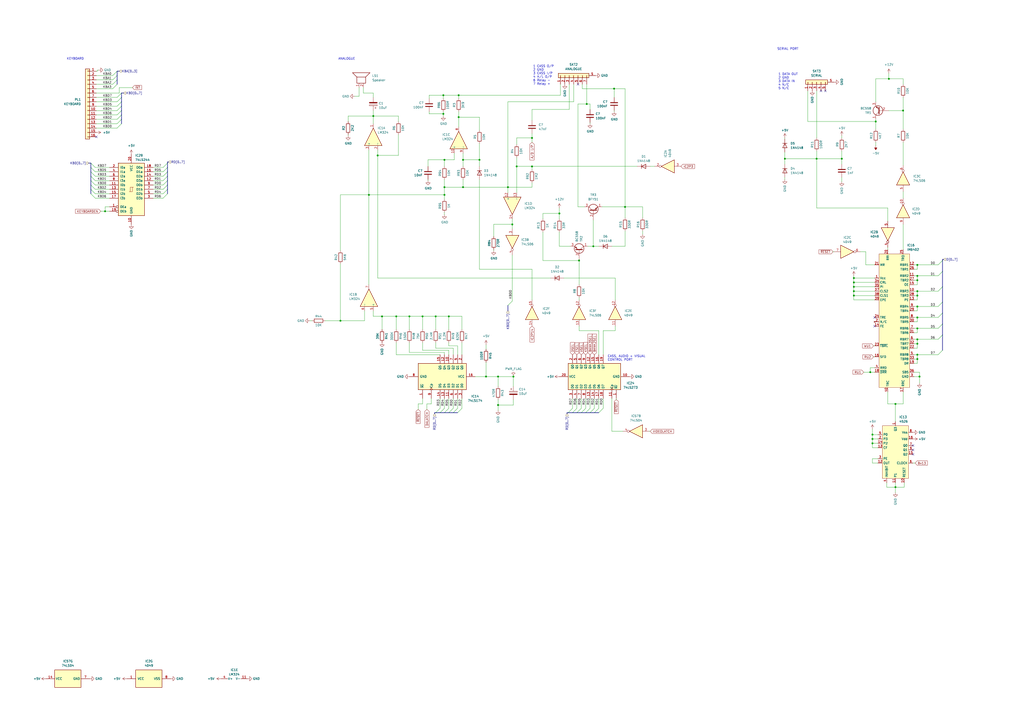
<source format=kicad_sch>
(kicad_sch (version 20230121) (generator eeschema)
  (paper "A2")
  (junction (at 506.095 254.635))
  (junction (at 257.81 113.03))
  (junction (at 294.64 108.585))
  (junction (at 268.605 108.585))
  (junction (at 523.875 64.135))
  (junction (at 266.065 67.945))
  (junction (at 268.605 92.71))
  (junction (at 229.87 183.515))
  (junction (at 308.61 80.01))
  (junction (at 495.3 171.45))
  (junction (at 532.13 205.74))
  (junction (at 455.295 92.075))
  (junction (at 281.94 218.44))
  (junction (at 532.13 153.67))
  (junction (at 532.13 184.15))
  (junction (at 356.235 51.435))
  (junction (at 257.81 108.585))
  (junction (at 252.73 183.515))
  (junction (at 495.3 163.83))
  (junction (at 532.13 162.56))
  (junction (at 219.075 90.17))
  (junction (at 519.43 282.575))
  (junction (at 308.61 96.52))
  (junction (at 335.915 151.13))
  (junction (at 60.96 122.555))
  (junction (at 473.71 92.075))
  (junction (at 221.615 183.515))
  (junction (at 519.43 234.315))
  (junction (at 488.315 92.075))
  (junction (at 344.17 142.875))
  (junction (at 260.35 183.515))
  (junction (at 532.13 171.45))
  (junction (at 515.62 45.72))
  (junction (at 288.925 234.95))
  (junction (at 508 70.485))
  (junction (at 532.13 177.8))
  (junction (at 362.585 120.015))
  (junction (at 506.095 257.175))
  (junction (at 257.175 55.245))
  (junction (at 495.3 166.37))
  (junction (at 532.13 196.85))
  (junction (at 237.49 183.515))
  (junction (at 257.81 92.71))
  (junction (at 216.535 67.31))
  (junction (at 197.485 186.055))
  (junction (at 532.13 199.39))
  (junction (at 495.3 168.91))
  (junction (at 504.825 215.9))
  (junction (at 299.72 96.52))
  (junction (at 532.13 190.5))
  (junction (at 257.175 66.04))
  (junction (at 532.13 208.28))
  (junction (at 278.13 92.71))
  (junction (at 340.36 60.325))
  (junction (at 297.18 130.175))
  (junction (at 288.925 218.44))
  (junction (at 532.13 160.02))
  (junction (at 297.815 218.44))
  (junction (at 213.995 113.03))
  (junction (at 532.13 168.91))
  (junction (at 506.095 252.095))
  (junction (at 245.11 183.515))
  (junction (at 533.4 218.44))
  (junction (at 324.485 123.825))
  (junction (at 266.065 55.245))
  (junction (at 495.3 161.29))
  (no_connect (at 478.79 52.705))
  (no_connect (at 507.365 189.23))
  (no_connect (at 529.59 260.985))
  (no_connect (at 529.59 263.525))
  (no_connect (at 335.28 48.895))
  (no_connect (at 55.88 79.375))
  (no_connect (at 507.365 184.15))
  (no_connect (at 529.59 258.445))
  (no_connect (at 476.25 52.705))
  (bus_entry (at 544.195 190.5) (size 2.54 -2.54))
  (bus_entry (at 544.195 153.67) (size 2.54 -2.54))
  (bus_entry (at 70.485 71.755) (size -2.54 2.54))
  (bus_entry (at 52.705 104.775) (size 2.54 2.54))
  (bus_entry (at 94.615 104.775) (size 2.54 -2.54))
  (bus_entry (at 52.705 97.155) (size 2.54 2.54))
  (bus_entry (at 257.81 236.855) (size -2.54 2.54))
  (bus_entry (at 52.705 94.615) (size 2.54 2.54))
  (bus_entry (at 339.725 236.855) (size -2.54 2.54))
  (bus_entry (at 70.485 59.055) (size -2.54 2.54))
  (bus_entry (at 67.945 41.275) (size -2.54 2.54))
  (bus_entry (at 337.185 236.855) (size -2.54 2.54))
  (bus_entry (at 70.485 53.975) (size -2.54 2.54))
  (bus_entry (at 342.265 236.855) (size -2.54 2.54))
  (bus_entry (at 70.485 69.215) (size -2.54 2.54))
  (bus_entry (at 544.195 160.02) (size 2.54 -2.54))
  (bus_entry (at 294.64 177.165) (size 2.54 -2.54))
  (bus_entry (at 544.195 196.85) (size 2.54 -2.54))
  (bus_entry (at 52.705 112.395) (size 2.54 2.54))
  (bus_entry (at 94.615 107.315) (size 2.54 -2.54))
  (bus_entry (at 94.615 114.935) (size 2.54 -2.54))
  (bus_entry (at 70.485 64.135) (size -2.54 2.54))
  (bus_entry (at 332.105 236.855) (size -2.54 2.54))
  (bus_entry (at 344.805 236.855) (size -2.54 2.54))
  (bus_entry (at 70.485 56.515) (size -2.54 2.54))
  (bus_entry (at 544.195 184.15) (size 2.54 -2.54))
  (bus_entry (at 94.615 109.855) (size 2.54 -2.54))
  (bus_entry (at 67.945 46.355) (size -2.54 2.54))
  (bus_entry (at 52.705 107.315) (size 2.54 2.54))
  (bus_entry (at 260.35 236.855) (size -2.54 2.54))
  (bus_entry (at 52.705 102.235) (size 2.54 2.54))
  (bus_entry (at 544.195 168.91) (size 2.54 -2.54))
  (bus_entry (at 94.615 102.235) (size 2.54 -2.54))
  (bus_entry (at 255.27 236.855) (size -2.54 2.54))
  (bus_entry (at 544.195 177.8) (size 2.54 -2.54))
  (bus_entry (at 67.945 43.815) (size -2.54 2.54))
  (bus_entry (at 347.345 236.855) (size -2.54 2.54))
  (bus_entry (at 52.705 109.855) (size 2.54 2.54))
  (bus_entry (at 265.43 236.855) (size -2.54 2.54))
  (bus_entry (at 70.485 66.675) (size -2.54 2.54))
  (bus_entry (at 334.645 236.855) (size -2.54 2.54))
  (bus_entry (at 70.485 61.595) (size -2.54 2.54))
  (bus_entry (at 267.97 236.855) (size -2.54 2.54))
  (bus_entry (at 94.615 112.395) (size 2.54 -2.54))
  (bus_entry (at 94.615 97.155) (size 2.54 -2.54))
  (bus_entry (at 52.705 99.695) (size 2.54 2.54))
  (bus_entry (at 262.89 236.855) (size -2.54 2.54))
  (bus_entry (at 544.195 205.74) (size 2.54 -2.54))
  (bus_entry (at 349.885 236.855) (size -2.54 2.54))
  (bus_entry (at 94.615 99.695) (size 2.54 -2.54))
  (bus_entry (at 67.945 48.895) (size -2.54 2.54))
  (wire (pts (xy 55.88 48.895) (xy 65.405 48.895)))
  (wire (pts (xy 265.43 205.74) (xy 265.43 200.66)))
  (wire (pts (xy 347.345 142.875) (xy 344.17 142.875)))
  (wire (pts (xy 257.81 108.585) (xy 268.605 108.585)))
  (wire (pts (xy 88.9 99.695) (xy 94.615 99.695)))
  (bus (pts (xy 52.705 109.855) (xy 52.705 112.395)))
  (wire (pts (xy 523.875 130.175) (xy 523.875 144.78)))
  (wire (pts (xy 377.19 96.52) (xy 379.73 96.52)))
  (wire (pts (xy 488.315 92.075) (xy 488.315 95.25)))
  (wire (pts (xy 349.885 205.74) (xy 349.885 191.77)))
  (wire (pts (xy 260.35 203.2) (xy 245.11 203.2)))
  (wire (pts (xy 455.295 80.01) (xy 455.295 80.645)))
  (wire (pts (xy 257.81 205.74) (xy 257.81 204.47)))
  (wire (pts (xy 349.25 120.015) (xy 362.585 120.015)))
  (wire (pts (xy 530.225 180.34) (xy 532.13 180.34)))
  (wire (pts (xy 263.525 88.9) (xy 263.525 92.71)))
  (bus (pts (xy 546.735 157.48) (xy 546.735 166.37)))
  (wire (pts (xy 63.5 107.315) (xy 55.245 107.315)))
  (wire (pts (xy 231.14 78.105) (xy 231.14 90.17)))
  (bus (pts (xy 294.64 180.34) (xy 294.64 177.165)))
  (wire (pts (xy 523.875 234.315) (xy 523.875 227.33)))
  (wire (pts (xy 519.43 282.575) (xy 514.35 282.575)))
  (wire (pts (xy 495.3 171.45) (xy 507.365 171.45)))
  (wire (pts (xy 530.225 218.44) (xy 533.4 218.44)))
  (wire (pts (xy 60.96 120.015) (xy 60.96 122.555)))
  (wire (pts (xy 502.285 146.05) (xy 502.285 153.67)))
  (wire (pts (xy 502.285 153.67) (xy 507.365 153.67)))
  (wire (pts (xy 247.65 237.49) (xy 247.65 234.315)))
  (wire (pts (xy 514.35 282.575) (xy 514.35 280.035)))
  (bus (pts (xy 70.485 59.055) (xy 70.485 61.595)))
  (wire (pts (xy 532.13 201.93) (xy 532.13 199.39)))
  (wire (pts (xy 356.87 191.77) (xy 356.87 189.23)))
  (wire (pts (xy 281.94 218.44) (xy 288.925 218.44)))
  (wire (pts (xy 335.915 191.77) (xy 347.345 191.77)))
  (bus (pts (xy 69.215 41.275) (xy 67.945 41.275)))
  (wire (pts (xy 530.225 196.85) (xy 532.13 196.85)))
  (wire (pts (xy 473.71 92.075) (xy 473.71 120.65)))
  (wire (pts (xy 257.81 231.14) (xy 257.81 236.855)))
  (wire (pts (xy 221.615 183.515) (xy 221.615 191.135)))
  (wire (pts (xy 523.875 82.55) (xy 523.875 95.885)))
  (bus (pts (xy 255.27 239.395) (xy 257.81 239.395)))
  (wire (pts (xy 340.36 48.895) (xy 340.36 60.325)))
  (wire (pts (xy 530.225 201.93) (xy 532.13 201.93)))
  (wire (pts (xy 216.535 183.515) (xy 216.535 180.34)))
  (wire (pts (xy 179.705 186.055) (xy 180.975 186.055)))
  (bus (pts (xy 97.155 109.855) (xy 97.155 112.395)))
  (wire (pts (xy 340.36 60.325) (xy 335.28 60.325)))
  (wire (pts (xy 268.605 92.71) (xy 278.13 92.71)))
  (wire (pts (xy 523.875 45.72) (xy 515.62 45.72)))
  (wire (pts (xy 257.81 108.585) (xy 257.81 113.03)))
  (wire (pts (xy 495.3 168.91) (xy 507.365 168.91)))
  (wire (pts (xy 297.18 127) (xy 297.18 130.175)))
  (bus (pts (xy 97.155 97.155) (xy 97.155 99.695)))
  (bus (pts (xy 67.945 46.355) (xy 67.945 48.895)))
  (wire (pts (xy 455.295 104.14) (xy 455.295 102.87)))
  (wire (pts (xy 362.585 142.875) (xy 362.585 133.985)))
  (bus (pts (xy 52.705 97.155) (xy 52.705 99.695)))
  (wire (pts (xy 337.82 51.435) (xy 356.235 51.435)))
  (wire (pts (xy 530.225 177.8) (xy 532.13 177.8)))
  (wire (pts (xy 60.96 122.555) (xy 63.5 122.555)))
  (wire (pts (xy 286.385 130.175) (xy 286.385 137.16)))
  (wire (pts (xy 252.73 183.515) (xy 245.11 183.515)))
  (wire (pts (xy 530.225 156.21) (xy 532.13 156.21)))
  (wire (pts (xy 519.43 280.035) (xy 519.43 282.575)))
  (bus (pts (xy 97.155 104.775) (xy 97.155 107.315)))
  (wire (pts (xy 263.525 92.71) (xy 257.81 92.71)))
  (wire (pts (xy 299.72 96.52) (xy 299.72 111.76)))
  (wire (pts (xy 266.065 57.15) (xy 266.065 55.245)))
  (wire (pts (xy 506.095 254.635) (xy 509.27 254.635)))
  (wire (pts (xy 533.4 218.44) (xy 533.4 222.25)))
  (bus (pts (xy 71.755 53.975) (xy 70.485 53.975)))
  (wire (pts (xy 508 45.72) (xy 508 59.055)))
  (wire (pts (xy 532.13 180.34) (xy 532.13 177.8)))
  (wire (pts (xy 210.82 50.8) (xy 210.82 53.975)))
  (bus (pts (xy 52.705 99.695) (xy 52.705 102.235)))
  (wire (pts (xy 372.745 120.015) (xy 372.745 126.365)))
  (wire (pts (xy 530.225 173.99) (xy 532.13 173.99)))
  (wire (pts (xy 530.225 215.9) (xy 533.4 215.9)))
  (wire (pts (xy 524.51 282.575) (xy 519.43 282.575)))
  (wire (pts (xy 250.19 234.315) (xy 250.19 231.14)))
  (wire (pts (xy 197.485 145.415) (xy 197.485 113.03)))
  (bus (pts (xy 260.35 239.395) (xy 262.89 239.395)))
  (wire (pts (xy 337.82 51.435) (xy 337.82 48.895)))
  (wire (pts (xy 242.57 234.315) (xy 242.57 237.49)))
  (wire (pts (xy 231.14 67.31) (xy 231.14 70.485)))
  (wire (pts (xy 297.18 147.955) (xy 297.18 174.625)))
  (wire (pts (xy 342.265 231.14) (xy 342.265 236.855)))
  (wire (pts (xy 362.585 120.015) (xy 372.745 120.015)))
  (wire (pts (xy 278.13 156.21) (xy 278.13 104.14)))
  (wire (pts (xy 335.915 150.495) (xy 335.915 151.13)))
  (wire (pts (xy 335.28 120.015) (xy 339.09 120.015)))
  (wire (pts (xy 335.915 151.13) (xy 335.915 165.1)))
  (wire (pts (xy 532.13 156.21) (xy 532.13 153.67)))
  (wire (pts (xy 216.535 183.515) (xy 221.615 183.515)))
  (wire (pts (xy 257.175 67.31) (xy 257.175 66.04)))
  (wire (pts (xy 473.71 92.075) (xy 473.71 87.63)))
  (wire (pts (xy 523.875 111.125) (xy 523.875 114.935)))
  (wire (pts (xy 245.11 203.2) (xy 245.11 198.755)))
  (wire (pts (xy 504.825 213.36) (xy 504.825 215.9)))
  (wire (pts (xy 197.485 153.035) (xy 197.485 186.055)))
  (wire (pts (xy 519.43 234.315) (xy 519.43 244.475)))
  (wire (pts (xy 506.73 207.01) (xy 507.365 207.01)))
  (wire (pts (xy 255.27 205.74) (xy 229.87 205.74)))
  (wire (pts (xy 506.095 268.605) (xy 509.27 268.605)))
  (wire (pts (xy 337.185 231.14) (xy 337.185 236.855)))
  (wire (pts (xy 260.35 231.14) (xy 260.35 236.855)))
  (wire (pts (xy 308.61 77.47) (xy 308.61 80.01)))
  (wire (pts (xy 267.97 198.755) (xy 267.97 205.74)))
  (wire (pts (xy 488.315 102.87) (xy 488.315 105.41)))
  (wire (pts (xy 288.925 218.44) (xy 297.815 218.44)))
  (wire (pts (xy 532.13 162.56) (xy 532.13 160.02)))
  (bus (pts (xy 329.565 239.395) (xy 332.105 239.395)))
  (wire (pts (xy 257.81 124.46) (xy 257.81 123.19)))
  (wire (pts (xy 208.28 55.88) (xy 208.28 50.8)))
  (wire (pts (xy 344.17 142.875) (xy 340.995 142.875)))
  (bus (pts (xy 332.105 239.395) (xy 334.645 239.395)))
  (bus (pts (xy 70.485 64.135) (xy 70.485 66.675)))
  (wire (pts (xy 260.35 183.515) (xy 252.73 183.515)))
  (wire (pts (xy 308.61 98.425) (xy 308.61 96.52)))
  (bus (pts (xy 67.945 43.815) (xy 67.945 46.355)))
  (wire (pts (xy 56.515 41.275) (xy 55.88 41.275)))
  (wire (pts (xy 530.225 184.15) (xy 532.13 184.15)))
  (wire (pts (xy 297.18 130.175) (xy 297.18 132.715)))
  (wire (pts (xy 501.015 215.9) (xy 504.825 215.9)))
  (wire (pts (xy 55.88 69.215) (xy 67.945 69.215)))
  (wire (pts (xy 55.88 53.975) (xy 69.215 53.975)))
  (wire (pts (xy 530.225 153.67) (xy 532.13 153.67)))
  (wire (pts (xy 349.885 231.14) (xy 349.885 236.855)))
  (wire (pts (xy 468.63 70.485) (xy 468.63 52.705)))
  (wire (pts (xy 488.315 92.075) (xy 488.315 87.63)))
  (wire (pts (xy 55.88 74.295) (xy 67.945 74.295)))
  (wire (pts (xy 530.225 160.02) (xy 532.13 160.02)))
  (wire (pts (xy 88.9 107.315) (xy 94.615 107.315)))
  (wire (pts (xy 63.5 104.775) (xy 55.245 104.775)))
  (wire (pts (xy 508 69.215) (xy 508 70.485)))
  (wire (pts (xy 257.175 55.245) (xy 257.175 57.15)))
  (wire (pts (xy 495.3 161.29) (xy 495.3 163.83)))
  (wire (pts (xy 55.88 46.355) (xy 65.405 46.355)))
  (wire (pts (xy 268.605 88.9) (xy 268.605 92.71)))
  (wire (pts (xy 354.965 231.14) (xy 354.965 250.19)))
  (wire (pts (xy 532.13 153.67) (xy 544.195 153.67)))
  (wire (pts (xy 297.815 218.44) (xy 297.815 224.155)))
  (wire (pts (xy 523.875 56.515) (xy 523.875 64.135)))
  (wire (pts (xy 63.5 97.155) (xy 55.245 97.155)))
  (wire (pts (xy 281.94 200.025) (xy 281.94 202.565)))
  (wire (pts (xy 278.13 83.185) (xy 278.13 92.71)))
  (bus (pts (xy 97.79 93.98) (xy 97.155 93.98)))
  (bus (pts (xy 70.485 69.215) (xy 70.485 71.755)))
  (wire (pts (xy 524.51 280.035) (xy 524.51 282.575)))
  (bus (pts (xy 252.73 239.395) (xy 255.27 239.395)))
  (bus (pts (xy 547.37 150.495) (xy 546.735 150.495)))
  (wire (pts (xy 257.81 104.14) (xy 257.81 108.585)))
  (wire (pts (xy 356.235 64.77) (xy 356.235 64.135)))
  (wire (pts (xy 495.3 160.02) (xy 495.3 161.29)))
  (bus (pts (xy 546.735 151.13) (xy 546.735 157.48)))
  (bus (pts (xy 67.945 41.275) (xy 67.945 43.815)))
  (wire (pts (xy 506.095 254.635) (xy 506.095 257.175)))
  (wire (pts (xy 245.11 231.14) (xy 245.11 234.315)))
  (wire (pts (xy 294.64 108.585) (xy 294.64 59.055)))
  (wire (pts (xy 257.175 55.245) (xy 266.065 55.245)))
  (wire (pts (xy 495.3 166.37) (xy 495.3 168.91)))
  (wire (pts (xy 266.065 64.77) (xy 266.065 67.945)))
  (wire (pts (xy 506.095 257.175) (xy 506.095 259.715)))
  (wire (pts (xy 266.065 55.245) (xy 325.12 55.245)))
  (wire (pts (xy 495.3 173.99) (xy 507.365 173.99)))
  (wire (pts (xy 507.365 213.36) (xy 504.825 213.36)))
  (wire (pts (xy 262.89 231.14) (xy 262.89 236.855)))
  (wire (pts (xy 349.885 191.77) (xy 356.87 191.77)))
  (wire (pts (xy 495.3 161.29) (xy 507.365 161.29)))
  (wire (pts (xy 508 84.455) (xy 508 82.55)))
  (wire (pts (xy 294.64 59.055) (xy 332.74 59.055)))
  (bus (pts (xy 97.155 94.615) (xy 97.155 97.155)))
  (wire (pts (xy 495.3 168.91) (xy 495.3 171.45)))
  (wire (pts (xy 308.61 96.52) (xy 299.72 96.52)))
  (wire (pts (xy 248.92 66.04) (xy 257.175 66.04)))
  (wire (pts (xy 344.17 127.635) (xy 344.17 142.875)))
  (wire (pts (xy 231.14 90.17) (xy 219.075 90.17)))
  (wire (pts (xy 330.2 48.895) (xy 330.2 63.5)))
  (wire (pts (xy 495.3 163.83) (xy 507.365 163.83)))
  (wire (pts (xy 248.92 64.77) (xy 248.92 66.04)))
  (bus (pts (xy 546.735 150.495) (xy 546.735 151.13)))
  (wire (pts (xy 216.535 67.31) (xy 216.535 71.755)))
  (wire (pts (xy 530.225 205.74) (xy 532.13 205.74)))
  (wire (pts (xy 308.61 106.045) (xy 308.61 108.585)))
  (wire (pts (xy 260.35 183.515) (xy 260.35 191.135)))
  (wire (pts (xy 532.13 199.39) (xy 532.13 196.85)))
  (wire (pts (xy 248.92 57.15) (xy 248.92 55.245)))
  (bus (pts (xy 262.89 239.395) (xy 265.43 239.395)))
  (wire (pts (xy 55.88 59.055) (xy 67.945 59.055)))
  (wire (pts (xy 495.3 166.37) (xy 507.365 166.37)))
  (wire (pts (xy 308.61 63.5) (xy 308.61 69.85)))
  (wire (pts (xy 288.925 231.775) (xy 288.925 234.95)))
  (wire (pts (xy 288.925 234.95) (xy 288.925 238.125)))
  (wire (pts (xy 530.225 190.5) (xy 532.13 190.5)))
  (wire (pts (xy 332.105 231.14) (xy 332.105 236.855)))
  (wire (pts (xy 324.485 123.825) (xy 324.485 127)))
  (bus (pts (xy 52.705 102.235) (xy 52.705 104.775)))
  (wire (pts (xy 58.42 122.555) (xy 60.96 122.555)))
  (wire (pts (xy 245.11 234.315) (xy 242.57 234.315)))
  (bus (pts (xy 70.485 56.515) (xy 70.485 59.055)))
  (wire (pts (xy 356.235 51.435) (xy 356.235 56.515)))
  (wire (pts (xy 268.605 96.52) (xy 268.605 92.71)))
  (wire (pts (xy 314.96 123.825) (xy 324.485 123.825)))
  (wire (pts (xy 88.9 109.855) (xy 94.615 109.855)))
  (wire (pts (xy 357.505 231.775) (xy 357.505 231.14)))
  (wire (pts (xy 286.385 145.415) (xy 286.385 144.78)))
  (wire (pts (xy 88.9 104.775) (xy 94.615 104.775)))
  (wire (pts (xy 342.265 60.325) (xy 340.36 60.325)))
  (wire (pts (xy 197.485 113.03) (xy 213.995 113.03)))
  (bus (pts (xy 328.93 240.03) (xy 328.93 239.395)))
  (wire (pts (xy 530.225 171.45) (xy 532.13 171.45)))
  (wire (pts (xy 297.18 130.175) (xy 286.385 130.175)))
  (wire (pts (xy 354.965 250.19) (xy 361.315 250.19)))
  (wire (pts (xy 267.97 231.14) (xy 267.97 236.855)))
  (wire (pts (xy 530.225 165.1) (xy 532.13 165.1)))
  (wire (pts (xy 504.825 215.9) (xy 507.365 215.9)))
  (wire (pts (xy 362.585 120.015) (xy 362.585 51.435)))
  (wire (pts (xy 260.35 205.74) (xy 260.35 203.2)))
  (wire (pts (xy 266.065 73.66) (xy 266.065 67.945)))
  (wire (pts (xy 495.3 163.83) (xy 495.3 166.37)))
  (wire (pts (xy 69.215 53.975) (xy 69.215 50.8)))
  (wire (pts (xy 324.485 142.875) (xy 324.485 134.62)))
  (wire (pts (xy 257.81 204.47) (xy 237.49 204.47)))
  (wire (pts (xy 55.88 56.515) (xy 67.945 56.515)))
  (wire (pts (xy 347.345 191.77) (xy 347.345 205.74)))
  (bus (pts (xy 339.725 239.395) (xy 342.265 239.395)))
  (wire (pts (xy 245.11 183.515) (xy 245.11 191.135)))
  (wire (pts (xy 265.43 231.14) (xy 265.43 236.855)))
  (wire (pts (xy 201.93 67.31) (xy 216.535 67.31)))
  (wire (pts (xy 506.095 259.715) (xy 509.27 259.715)))
  (bus (pts (xy 70.485 53.975) (xy 70.485 56.515)))
  (wire (pts (xy 314.96 151.13) (xy 335.915 151.13)))
  (wire (pts (xy 523.875 64.135) (xy 523.875 74.93)))
  (wire (pts (xy 265.43 200.66) (xy 260.35 200.66)))
  (wire (pts (xy 508 70.485) (xy 468.63 70.485)))
  (wire (pts (xy 297.815 231.775) (xy 297.815 234.95)))
  (wire (pts (xy 314.96 134.62) (xy 314.96 151.13)))
  (wire (pts (xy 335.915 189.23) (xy 335.915 191.77)))
  (wire (pts (xy 281.94 218.44) (xy 281.94 210.185)))
  (wire (pts (xy 252.73 201.93) (xy 252.73 198.755)))
  (wire (pts (xy 530.225 199.39) (xy 532.13 199.39)))
  (bus (pts (xy 334.645 239.395) (xy 337.185 239.395)))
  (bus (pts (xy 546.735 181.61) (xy 546.735 187.96)))
  (wire (pts (xy 506.095 248.92) (xy 506.095 252.095)))
  (wire (pts (xy 335.28 60.325) (xy 335.28 120.015)))
  (wire (pts (xy 506.095 252.095) (xy 506.095 254.635)))
  (wire (pts (xy 532.13 177.8) (xy 544.195 177.8)))
  (wire (pts (xy 248.285 92.71) (xy 257.81 92.71)))
  (wire (pts (xy 216.535 64.135) (xy 216.535 67.31)))
  (wire (pts (xy 532.13 184.15) (xy 544.195 184.15)))
  (wire (pts (xy 308.61 96.52) (xy 369.57 96.52)))
  (wire (pts (xy 278.13 67.945) (xy 278.13 75.565)))
  (bus (pts (xy 51.435 94.615) (xy 52.705 94.615)))
  (bus (pts (xy 52.705 104.775) (xy 52.705 107.315)))
  (wire (pts (xy 339.725 231.14) (xy 339.725 236.855)))
  (bus (pts (xy 328.93 239.395) (xy 329.565 239.395)))
  (bus (pts (xy 97.155 93.98) (xy 97.155 94.615)))
  (wire (pts (xy 55.88 66.675) (xy 67.945 66.675)))
  (wire (pts (xy 211.455 180.34) (xy 211.455 186.055)))
  (wire (pts (xy 201.93 70.485) (xy 201.93 67.31)))
  (wire (pts (xy 63.5 109.855) (xy 55.245 109.855)))
  (wire (pts (xy 532.13 160.02) (xy 544.195 160.02)))
  (wire (pts (xy 213.995 113.03) (xy 213.995 165.1)))
  (wire (pts (xy 356.87 161.29) (xy 356.87 173.99)))
  (bus (pts (xy 52.705 107.315) (xy 52.705 109.855)))
  (bus (pts (xy 337.185 239.395) (xy 339.725 239.395)))
  (wire (pts (xy 257.81 92.71) (xy 257.81 96.52)))
  (bus (pts (xy 97.155 102.235) (xy 97.155 104.775)))
  (wire (pts (xy 532.13 165.1) (xy 532.13 162.56)))
  (wire (pts (xy 532.13 171.45) (xy 532.13 168.91)))
  (wire (pts (xy 213.995 86.995) (xy 213.995 113.03)))
  (wire (pts (xy 205.74 55.88) (xy 208.28 55.88)))
  (wire (pts (xy 495.3 171.45) (xy 495.3 173.99)))
  (wire (pts (xy 237.49 183.515) (xy 237.49 191.135)))
  (wire (pts (xy 297.815 234.95) (xy 288.925 234.95)))
  (wire (pts (xy 530.225 168.91) (xy 532.13 168.91)))
  (wire (pts (xy 514.985 120.65) (xy 514.985 128.27)))
  (bus (pts (xy 252.095 239.395) (xy 252.73 239.395)))
  (wire (pts (xy 532.13 190.5) (xy 544.195 190.5)))
  (bus (pts (xy 70.485 61.595) (xy 70.485 64.135)))
  (bus (pts (xy 97.155 107.315) (xy 97.155 109.855)))
  (wire (pts (xy 57.15 40.64) (xy 56.515 40.64)))
  (wire (pts (xy 248.92 55.245) (xy 257.175 55.245)))
  (wire (pts (xy 509.27 266.065) (xy 506.095 266.065)))
  (wire (pts (xy 63.5 114.935) (xy 55.245 114.935)))
  (wire (pts (xy 362.585 120.015) (xy 362.585 126.365)))
  (wire (pts (xy 506.095 266.065) (xy 506.095 268.605)))
  (wire (pts (xy 499.11 146.05) (xy 502.285 146.05)))
  (wire (pts (xy 514.985 227.33) (xy 514.985 234.315)))
  (wire (pts (xy 201.93 78.74) (xy 201.93 78.105)))
  (wire (pts (xy 278.13 92.71) (xy 278.13 96.52)))
  (wire (pts (xy 219.075 161.29) (xy 219.075 90.17)))
  (wire (pts (xy 344.805 231.14) (xy 344.805 236.855)))
  (wire (pts (xy 294.64 111.76) (xy 294.64 108.585)))
  (wire (pts (xy 514.985 234.315) (xy 519.43 234.315)))
  (wire (pts (xy 268.605 104.14) (xy 268.605 108.585)))
  (wire (pts (xy 248.285 96.52) (xy 248.285 92.71)))
  (wire (pts (xy 532.13 193.04) (xy 532.13 190.5)))
  (wire (pts (xy 515.62 45.72) (xy 508 45.72)))
  (wire (pts (xy 260.35 200.66) (xy 260.35 198.755)))
  (wire (pts (xy 508 70.485) (xy 508 74.93)))
  (wire (pts (xy 532.13 168.91) (xy 544.195 168.91)))
  (wire (pts (xy 55.88 71.755) (xy 67.945 71.755)))
  (bus (pts (xy 546.735 194.31) (xy 546.735 203.2)))
  (wire (pts (xy 506.095 257.175) (xy 509.27 257.175)))
  (wire (pts (xy 342.265 63.5) (xy 342.265 60.325)))
  (wire (pts (xy 455.295 92.075) (xy 473.71 92.075)))
  (wire (pts (xy 530.225 193.04) (xy 532.13 193.04)))
  (wire (pts (xy 262.89 205.74) (xy 262.89 201.93)))
  (wire (pts (xy 262.89 201.93) (xy 252.73 201.93)))
  (wire (pts (xy 455.295 88.265) (xy 455.295 92.075)))
  (bus (pts (xy 70.485 66.675) (xy 70.485 69.215)))
  (wire (pts (xy 327.025 161.29) (xy 356.87 161.29)))
  (wire (pts (xy 257.81 113.03) (xy 257.81 115.57)))
  (wire (pts (xy 362.585 51.435) (xy 356.235 51.435)))
  (wire (pts (xy 514.985 143.51) (xy 514.985 144.78)))
  (wire (pts (xy 506.73 200.66) (xy 507.365 200.66)))
  (bus (pts (xy 546.735 187.96) (xy 546.735 194.31)))
  (wire (pts (xy 267.97 191.135) (xy 267.97 183.515)))
  (wire (pts (xy 532.13 210.82) (xy 532.13 208.28)))
  (wire (pts (xy 216.535 67.31) (xy 231.14 67.31)))
  (wire (pts (xy 210.82 53.975) (xy 216.535 53.975)))
  (wire (pts (xy 308.61 156.21) (xy 278.13 156.21)))
  (wire (pts (xy 515.62 42.545) (xy 515.62 45.72)))
  (wire (pts (xy 299.72 91.44) (xy 299.72 96.52)))
  (bus (pts (xy 546.735 166.37) (xy 546.735 175.26)))
  (wire (pts (xy 519.43 282.575) (xy 519.43 285.75)))
  (wire (pts (xy 324.485 120.65) (xy 324.485 123.825)))
  (wire (pts (xy 247.65 234.315) (xy 250.19 234.315)))
  (wire (pts (xy 530.225 208.28) (xy 532.13 208.28)))
  (wire (pts (xy 533.4 215.9) (xy 533.4 218.44)))
  (wire (pts (xy 473.71 92.075) (xy 488.315 92.075)))
  (wire (pts (xy 532.13 173.99) (xy 532.13 171.45)))
  (bus (pts (xy 257.81 239.395) (xy 260.35 239.395)))
  (wire (pts (xy 275.59 218.44) (xy 281.94 218.44)))
  (wire (pts (xy 255.27 231.14) (xy 255.27 236.855)))
  (wire (pts (xy 519.43 234.315) (xy 523.875 234.315)))
  (wire (pts (xy 530.225 162.56) (xy 532.13 162.56)))
  (wire (pts (xy 88.9 114.935) (xy 94.615 114.935)))
  (wire (pts (xy 347.345 231.14) (xy 347.345 236.855)))
  (wire (pts (xy 532.13 205.74) (xy 544.195 205.74)))
  (wire (pts (xy 530.225 186.69) (xy 532.13 186.69)))
  (wire (pts (xy 473.71 120.65) (xy 514.985 120.65)))
  (wire (pts (xy 229.87 183.515) (xy 221.615 183.515)))
  (wire (pts (xy 455.295 95.25) (xy 455.295 92.075)))
  (wire (pts (xy 488.315 78.74) (xy 488.315 80.01)))
  (wire (pts (xy 219.075 90.17) (xy 219.075 86.995)))
  (wire (pts (xy 55.88 43.815) (xy 65.405 43.815)))
  (wire (pts (xy 268.605 108.585) (xy 294.64 108.585)))
  (wire (pts (xy 188.595 186.055) (xy 197.485 186.055)))
  (wire (pts (xy 237.49 183.515) (xy 229.87 183.515)))
  (wire (pts (xy 56.515 40.64) (xy 56.515 41.275)))
  (wire (pts (xy 532.13 196.85) (xy 544.195 196.85)))
  (wire (pts (xy 515.62 64.135) (xy 523.875 64.135)))
  (wire (pts (xy 288.925 218.44) (xy 288.925 224.155)))
  (wire (pts (xy 334.645 231.14) (xy 334.645 236.855)))
  (wire (pts (xy 308.61 80.01) (xy 308.61 82.55)))
  (bus (pts (xy 52.705 94.615) (xy 52.705 97.155)))
  (wire (pts (xy 299.72 83.82) (xy 299.72 80.01)))
  (wire (pts (xy 245.11 183.515) (xy 237.49 183.515)))
  (wire (pts (xy 354.965 142.875) (xy 362.585 142.875)))
  (wire (pts (xy 229.87 183.515) (xy 229.87 191.135)))
  (wire (pts (xy 308.61 108.585) (xy 294.64 108.585)))
  (wire (pts (xy 257.175 66.04) (xy 257.175 64.77)))
  (wire (pts (xy 88.9 112.395) (xy 94.615 112.395)))
  (wire (pts (xy 483.235 146.05) (xy 483.87 146.05)))
  (wire (pts (xy 55.88 61.595) (xy 67.945 61.595)))
  (wire (pts (xy 63.5 120.015) (xy 60.96 120.015)))
  (wire (pts (xy 532.13 208.28) (xy 532.13 205.74)))
  (wire (pts (xy 248.285 104.775) (xy 248.285 104.14)))
  (wire (pts (xy 88.9 102.235) (xy 94.615 102.235)))
  (wire (pts (xy 69.215 50.8) (xy 76.835 50.8)))
  (wire (pts (xy 506.095 252.095) (xy 509.27 252.095)))
  (bus (pts (xy 344.805 239.395) (xy 347.345 239.395)))
  (wire (pts (xy 88.9 97.155) (xy 94.615 97.155)))
  (wire (pts (xy 266.065 67.945) (xy 278.13 67.945)))
  (wire (pts (xy 252.73 183.515) (xy 252.73 191.135)))
  (wire (pts (xy 335.915 172.72) (xy 335.915 173.99)))
  (wire (pts (xy 63.5 99.695) (xy 55.245 99.695)))
  (wire (pts (xy 267.97 183.515) (xy 260.35 183.515)))
  (wire (pts (xy 299.72 80.01) (xy 308.61 80.01)))
  (wire (pts (xy 372.745 135.89) (xy 372.745 133.985)))
  (wire (pts (xy 216.535 53.975) (xy 216.535 56.515)))
  (wire (pts (xy 530.86 268.605) (xy 529.59 268.605)))
  (wire (pts (xy 532.13 186.69) (xy 532.13 184.15)))
  (wire (pts (xy 330.835 142.875) (xy 324.485 142.875)))
  (bus (pts (xy 342.265 239.395) (xy 344.805 239.395)))
  (wire (pts (xy 319.405 161.29) (xy 219.075 161.29)))
  (wire (pts (xy 229.87 205.74) (xy 229.87 198.755)))
  (wire (pts (xy 308.61 156.21) (xy 308.61 173.99)))
  (wire (pts (xy 473.71 80.01) (xy 473.71 52.705)))
  (wire (pts (xy 237.49 204.47) (xy 237.49 198.755)))
  (wire (pts (xy 342.265 71.755) (xy 342.265 71.12)))
  (wire (pts (xy 332.74 59.055) (xy 332.74 48.895)))
  (wire (pts (xy 63.5 102.235) (xy 55.245 102.235)))
  (wire (pts (xy 197.485 186.055) (xy 211.455 186.055)))
  (wire (pts (xy 55.88 51.435) (xy 65.405 51.435)))
  (wire (pts (xy 325.12 55.245) (xy 325.12 48.895)))
  (bus (pts (xy 546.735 175.26) (xy 546.735 181.61)))
  (wire (pts (xy 523.875 45.72) (xy 523.875 48.895)))
  (wire (pts (xy 314.96 127) (xy 314.96 123.825)))
  (wire (pts (xy 63.5 112.395) (xy 55.245 112.395)))
  (wire (pts (xy 377.19 250.19) (xy 376.555 250.19)))
  (wire (pts (xy 530.225 210.82) (xy 532.13 210.82)))
  (wire (pts (xy 330.2 63.5) (xy 308.61 63.5)))
  (bus (pts (xy 252.095 240.03) (xy 252.095 239.395)))
  (wire (pts (xy 213.995 113.03) (xy 257.81 113.03)))
  (bus (pts (xy 97.155 99.695) (xy 97.155 102.235)))
  (wire (pts (xy 55.88 64.135) (xy 67.945 64.135)))
  (text "SERIAL PORT" (at 450.85 29.21 0) (effects (font (size 1.27 1.27)) (justify left bottom)))
  (text "1 DATA OUT\n2 GND\n3 DATA IN\n4 N/C\n5 N/C" (at 451.485 52.07 0) (effects (font (size 1.27 1.27)) (justify left bottom)))
  (text "CASS, AUDIO + VISUAL\nCONTROL PORT" (at 352.425 209.55 0) (effects (font (size 1.27 1.27)) (justify left bottom)))
  (text "ANALOGUE" (at 196.215 34.925 0) (effects (font (size 1.27 1.27)) (justify left bottom)))
  (text "1 CASS O/P\n2 GND\n3 CASS I/P\n4 H/L O/P\n6 Relay -\n7 Relay +" (at 309.245 49.53 0) (effects (font (size 1.27 1.27)) (justify left bottom)))
  (text "KEYBOARD" (at 38.735 34.925 0) (effects (font (size 1.27 1.27)) (justify left bottom)))
  (label "KBD0" (at 297.18 173.355 90))
  (label "KBD0" (at 56.515 107.315 0))
  (label "KBD4" (at 56.515 112.395 0))
  (label "D4" (at 539.75 184.15 0))
  (label "RD6" (at 89.535 114.935 0))
  (label "RD0" (at 262.89 235.585 90))
  (label "RD2" (at 267.97 235.585 90))
  (label "RD3" (at 89.535 102.235 0))
  (label "RD7" (at 89.535 97.155 0))
  (label "RD2" (at 89.535 109.855 0))
  (label "RD4" (at 257.81 235.585 90))
  (label "RD0" (at 89.535 107.315 0))
  (label "RD6" (at 334.645 234.95 90))
  (label "D6" (at 539.75 196.85 0))
  (label "KBD5" (at 56.515 99.695 0))
  (label "KBD4" (at 59.69 64.135 0))
  (label "RD1" (at 347.345 234.95 90))
  (label "RD4" (at 89.535 112.395 0))
  (label "KBA1" (at 59.69 46.355 0))
  (label "KBA2" (at 59.69 48.895 0))
  (label "KBD7" (at 59.69 56.515 0))
  (label "KBD3" (at 59.69 59.055 0))
  (label "D7" (at 539.75 205.74 0))
  (label "RD1" (at 265.43 235.585 90))
  (label "KBD0" (at 59.69 74.295 0))
  (label "RD7" (at 332.105 234.95 90))
  (label "RD5" (at 337.185 234.95 90))
  (label "KBD1" (at 59.69 71.755 0))
  (label "RD1" (at 89.535 104.775 0))
  (label "D2" (at 539.75 168.91 0))
  (label "KBD5" (at 59.69 61.595 0))
  (label "RD4" (at 339.725 234.95 90))
  (label "RD3" (at 255.27 235.585 90))
  (label "D1" (at 539.75 160.02 0))
  (label "RD5" (at 260.35 235.585 90))
  (label "RD0" (at 349.885 234.95 90))
  (label "KBD2" (at 59.69 69.215 0))
  (label "D0" (at 539.75 153.67 0))
  (label "KBD1" (at 56.515 104.775 0))
  (label "KBD6" (at 59.69 66.675 0))
  (label "D5" (at 539.75 190.5 0))
  (label "KBD3" (at 56.515 102.235 0))
  (label "KBD6" (at 56.515 114.935 0))
  (label "RD2" (at 344.805 234.95 90))
  (label "RD3" (at 342.265 234.95 90))
  (label "D3" (at 539.75 177.8 0))
  (label "KBD2" (at 56.515 109.855 0))
  (label "KBA0" (at 59.69 43.815 0))
  (label "KBA3" (at 59.69 51.435 0))
  (label "KBD7" (at 56.515 97.155 0))
  (label "RD5" (at 89.535 99.695 0))
  (global_label "BANK2SEL" (shape input) (at 344.805 205.74 90) (property "Intersheetrefs" "${INTERSHEET_REFS}" (effects hide)))
  (global_label "~{RESET}" (shape input) (at 242.57 237.49 270) (property "Intersheetrefs" "${INTERSHEET_REFS}" (effects hide)))
  (global_label "Bx13" (shape input) (at 530.86 268.605 0) (property "Intersheetrefs" "${INTERSHEET_REFS}" (effects hide)))
  (global_label "ESEL" (shape input) (at 334.645 205.74 90) (property "Intersheetrefs" "${INTERSHEET_REFS}" (effects hide)))
  (global_label "~{RESET}" (shape input) (at 483.235 146.05 180) (property "Intersheetrefs" "${INTERSHEET_REFS}" (effects hide)))
  (global_label "KEYBOARDEN" (shape input) (at 58.42 122.555 180) (property "Intersheetrefs" "${INTERSHEET_REFS}" (effects hide)))
  (global_label "IC2P14" (shape input) (at 308.61 189.23 270) (property "Intersheetrefs" "${INTERSHEET_REFS}" (effects hide)))
  (global_label "DSEL" (shape input) (at 332.105 205.74 90) (property "Intersheetrefs" "${INTERSHEET_REFS}" (effects hide)))
  (global_label "~{RESET}" (shape input) (at 357.505 231.775 270) (property "Intersheetrefs" "${INTERSHEET_REFS}" (effects hide)))
  (global_label "DALATCH" (shape input) (at 247.65 237.49 270) (property "Intersheetrefs" "${INTERSHEET_REFS}" (effects hide)))
  (global_label "WU1" (shape input) (at 506.73 200.66 180) (property "Intersheetrefs" "${INTERSHEET_REFS}" (effects hide)))
  (global_label "KSEL" (shape input) (at 339.725 205.74 90) (property "Intersheetrefs" "${INTERSHEET_REFS}" (effects hide)))
  (global_label "VIDEOLATCH" (shape input) (at 377.19 250.19 0) (property "Intersheetrefs" "${INTERSHEET_REFS}" (effects hide)))
  (global_label "RU1" (shape input) (at 501.015 215.9 180) (property "Intersheetrefs" "${INTERSHEET_REFS}" (effects hide)))
  (global_label "BANK3SEL" (shape input) (at 342.265 205.74 90) (property "Intersheetrefs" "${INTERSHEET_REFS}" (effects hide)))
  (global_label "IC2P3" (shape input) (at 394.97 96.52 0) (property "Intersheetrefs" "${INTERSHEET_REFS}" (effects hide)))
  (global_label "VSEL" (shape input) (at 337.185 205.74 90) (property "Intersheetrefs" "${INTERSHEET_REFS}" (effects hide)))
  (global_label "A{slash}D I{slash}P" (shape input) (at 308.61 82.55 270) (property "Intersheetrefs" "${INTERSHEET_REFS}" (effects hide)))
  (global_label "RU2" (shape input) (at 506.73 207.01 180) (property "Intersheetrefs" "${INTERSHEET_REFS}" (effects hide)))
  (global_label "~{INT}" (shape input) (at 76.835 50.8 0) (property "Intersheetrefs" "${INTERSHEET_REFS}" (effects hide)))
  (hierarchical_label "KBD[0..7]" (shape input) (at 51.435 94.615 180))
  (hierarchical_label "KBA[0..3]" (shape input) (at 69.215 41.275 0))
  (hierarchical_label "RD[0..7]" (shape input) (at 97.79 93.98 0))
  (hierarchical_label "KBD[0..7]" (shape input) (at 71.755 53.975 0))
  (hierarchical_label "D[0..7]" (shape input) (at 547.37 150.495 0))
  (hierarchical_label "RD[0..7]" (shape input) (at 252.095 240.03 270))
  (hierarchical_label "KBD[0..7]" (shape input) (at 294.64 180.34 270))
  (hierarchical_label "RD[0..7]" (shape input) (at 328.93 240.03 270))
  (symbol (lib_id "power:GND") (at 327.66 48.895 0) (mirror y) (unit 1)
    (property "Reference" "#PWR0239" (effects hide))
    (property "Value" "GND" (at 327.66 52.07 90) (effects (justify right)))
    (instances (project "lynx96" (path "" (reference "#PWR0239") (unit 1)) (path "" (reference "#PWR0239") (unit 1))) (project "lynx128" (path "" (reference "#PWR040") (unit 1)) (path "" (reference "#PWR0203") (unit 1)) (path "" (reference "#PWR051") (unit 1)) (path "" (reference "#PWR087") (unit 1)) (path "" (reference "#PWR0117") (unit 1)) (path "" (reference "#PWR0182") (unit 1)) (path "" (reference "#PWR0219") (unit 1))))
  )
  (symbol (lib_id "power:GND") (at 57.15 40.64 90) (mirror x) (unit 1)
    (property "Reference" "#PWR010" (effects hide))
    (property "Value" "GND" (at 60.325 40.64 90) (effects (justify right)))
    (instances (project "lynx96" (path "" (reference "#PWR010") (unit 1))) (project "lynx128" (path "" (reference "#PWR040") (unit 1)) (path "" (reference "#PWR0203") (unit 1)) (path "" (reference "#PWR051") (unit 1)) (path "" (reference "#PWR087") (unit 1)) (path "" (reference "#PWR0117") (unit 1)) (path "" (reference "#PWR0182") (unit 1)) (path "" (reference "#PWR0203") (unit 1))))
  )
  (symbol (lib_id "Device:C") (at 356.235 60.325 0) (mirror y) (unit 1)
    (property "Reference" "C7" (at 352.425 59.055 0) (effects (justify left)))
    (property "Value" "100nF" (at 352.425 61.595 0) (effects (justify left)))
    (property "Footprint" "96K-Lynx:Resistor 5.08mm" (effects hide))
    (instances (project "lynx96" (path "" (reference "C7") (unit 1)) (path "" (reference "C5") (unit 1))) (project "lynx128" (path "" (reference "C26") (unit 1)) (path "" (reference "C42") (unit 1))))
  )
  (symbol (lib_id "Device:C") (at 342.265 67.31 0) (unit 1)
    (property "Reference" "C7" (at 345.44 66.04 0) (effects (justify left)))
    (property "Value" "100nF" (at 345.44 68.58 0) (effects (justify left)))
    (property "Footprint" "96K-Lynx:Resistor 5.08mm" (effects hide))
    (instances (project "lynx96" (path "" (reference "C7") (unit 1)) (path "" (reference "C6") (unit 1))) (project "lynx128" (path "" (reference "C26") (unit 1)) (path "" (reference "C42") (unit 1))))
  )
  (symbol (lib_id "Device:C") (at 248.285 100.33 0) (mirror y) (unit 1)
    (property "Reference" "C7" (at 245.11 99.06 0) (effects (justify left)))
    (property "Value" "10nF" (at 245.11 101.6 0) (effects (justify left)))
    (property "Footprint" "96K-Lynx:Resistor 5.08mm" (effects hide))
    (instances (project "lynx96" (path "" (reference "C7") (unit 1)) (path "" (reference "C24") (unit 1))) (project "lynx128" (path "" (reference "C26") (unit 1)) (path "" (reference "C42") (unit 1))))
  )
  (symbol (lib_id "power:GND") (at 237.49 218.44 270) (mirror x) (unit 1)
    (property "Reference" "#PWR0236" (effects hide))
    (property "Value" "GND" (at 234.315 218.44 90) (effects (justify right)))
    (instances (project "lynx96" (path "" (reference "#PWR0236") (unit 1))) (project "lynx128" (path "" (reference "#PWR040") (unit 1)) (path "" (reference "#PWR0203") (unit 1)) (path "" (reference "#PWR051") (unit 1)) (path "" (reference "#PWR087") (unit 1)) (path "" (reference "#PWR0117") (unit 1)) (path "" (reference "#PWR0182") (unit 1)) (path "" (reference "#PWR0212") (unit 1))))
  )
  (symbol (lib_id "LYNX:DIN5") (at 473.71 47.625 90) (unit 1)
    (property "Reference" "SKT3" (at 473.71 41.275 90))
    (property "Value" "SERIAL" (at 473.71 43.815 90))
    (property "Footprint" "96K-Lynx:SKT3" (effects hide))
  )
  (symbol (lib_id "Transistor_BJT:PN2222A") (at 344.17 122.555 90) (unit 1)
    (property "Reference" "TR3" (at 344.17 113.03 90))
    (property "Value" "BFY51" (at 344.17 115.57 90))
    (property "Footprint" "96K-Lynx:Transistor - Alt Pads" (effects hide))
    (property "Datasheet" "https://www.onsemi.com/pub/Collateral/PN2222-D.PDF" (effects hide))
  )
  (symbol (lib_id "Device:C_Polarized") (at 297.815 227.965 0) (unit 1)
    (property "Reference" "C14" (at 300.99 225.806 0) (effects (justify left)))
    (property "Value" "10uF" (at 300.99 228.346 0) (effects (justify left)))
    (property "Footprint" "96K-Lynx:Elec_2.54mm" (effects hide))
    (instances (project "lynx96" (path "" (reference "C14") (unit 1))) (project "lynx128" (path "" (reference "C15") (unit 1))))
  )
  (symbol (lib_id "Connector_Generic:Conn_01x16") (at 50.8 59.055 0) (mirror y) (unit 1)
    (property "Reference" "PL1" (at 46.99 57.785 0) (effects (justify left)))
    (property "Value" "KEYBOARD" (at 46.99 60.325 0) (effects (justify left)))
    (property "Footprint" "96K-Lynx:PL1" (effects hide))
  )
  (symbol (lib_id "power:+5V") (at 495.3 160.02 0) (unit 1)
    (property "Reference" "#PWR069" (effects hide))
    (property "Value" "+5V" (at 495.3 155.575 0))
    (instances (project "lynx96" (path "" (reference "#PWR069") (unit 1)) (path "" (reference "#PWR0120") (unit 1)) (path "" (reference "#PWR0221") (unit 1))) (project "lynx128" (path "" (reference "#PWR015") (unit 1)) (path "" (reference "#PWR084") (unit 1))))
  )
  (symbol (lib_id "4xxx:4049") (at 86.36 393.7 90) (unit 7)
    (property "Reference" "IC2" (at 86.36 383.54 90))
    (property "Value" "4049" (at 86.36 386.08 90))
    (property "Footprint" "96K-Lynx:DIP-16_W7.62mm" (effects hide))
    (property "Datasheet" "http://www.intersil.com/content/dam/intersil/documents/cd40/cd4049ubms.pdf" (effects hide))
  )
  (symbol (lib_id "power:-5V") (at 508 84.455 0) (mirror x) (unit 1)
    (property "Reference" "#PWR0230" (effects hide))
    (property "Value" "-5V" (at 508 88.9 0))
  )
  (symbol (lib_id "power:GND") (at 471.17 52.705 0) (mirror y) (unit 1)
    (property "Reference" "#PWR0227" (effects hide))
    (property "Value" "GND" (at 471.17 55.88 90) (effects (justify right)))
    (instances (project "lynx96" (path "" (reference "#PWR0227") (unit 1))) (project "lynx128" (path "" (reference "#PWR040") (unit 1)) (path "" (reference "#PWR0203") (unit 1)) (path "" (reference "#PWR051") (unit 1)) (path "" (reference "#PWR087") (unit 1)) (path "" (reference "#PWR0117") (unit 1)) (path "" (reference "#PWR0182") (unit 1)) (path "" (reference "#PWR0234") (unit 1))))
  )
  (symbol (lib_id "Device:D") (at 351.155 142.875 0) (unit 1)
    (property "Reference" "D6" (at 351.155 137.16 0))
    (property "Value" "1N4148" (at 351.155 139.7 0))
    (property "Footprint" "96K-Lynx:Diode 10.16mm" (effects hide))
    (property "Sim.Device" "D" (effects hide))
    (property "Sim.Pins" "1=K 2=A" (effects hide))
  )
  (symbol (lib_id "4xxx:4049") (at 523.875 122.555 90) (unit 4)
    (property "Reference" "IC2" (at 528.955 121.285 90) (effects (justify right)))
    (property "Value" "4049" (at 528.955 123.825 90) (effects (justify right)))
    (property "Footprint" "96K-Lynx:DIP-16_W7.62mm" (effects hide))
    (property "Datasheet" "http://www.intersil.com/content/dam/intersil/documents/cd40/cd4049ubms.pdf" (effects hide))
  )
  (symbol (lib_id "power:+5V") (at 324.485 218.44 90) (unit 1)
    (property "Reference" "#PWR089" (effects hide))
    (property "Value" "+5V" (at 321.31 218.44 90) (effects (justify left)))
    (instances (project "lynx96" (path "" (reference "#PWR089") (unit 1))) (project "lynx128" (path "" (reference "#PWR015") (unit 1)) (path "" (reference "#PWR088") (unit 1)) (path "" (reference "#PWR0165") (unit 1)) (path "" (reference "#PWR0197") (unit 1)) (path "" (reference "#PWR0197") (unit 1)) (path "" (reference "#PWR0229") (unit 1))))
  )
  (symbol (lib_id "Device:R") (at 257.175 60.96 180) (unit 1)
    (property "Reference" "R86" (at 254.635 60.96 90))
    (property "Value" "100R" (at 259.715 60.96 90))
    (property "Footprint" "96K-Lynx:Resistor 10.16mm" (effects hide))
    (instances (project "lynx96" (path "" (reference "R86") (unit 1))) (project "lynx128" (path "" (reference "R57") (unit 1)) (path "" (reference "R75") (unit 1)) (path "" (reference "R73") (unit 1)) (path "" (reference "R20") (unit 1))))
  )
  (symbol (lib_id "Amplifier_Operational:LM324") (at 216.535 79.375 90) (unit 1)
    (property "Reference" "IC1" (at 219.075 74.295 90) (effects (justify right)))
    (property "Value" "LM324" (at 219.075 76.835 90) (effects (justify right)))
    (property "Footprint" "96K-Lynx:DIP-14_W7.62mm" (effects hide))
    (property "Datasheet" "http://www.ti.com/lit/ds/symlink/lm2902-n.pdf" (effects hide))
  )
  (symbol (lib_id "power:GND") (at 201.93 78.74 0) (mirror y) (unit 1)
    (property "Reference" "#PWR0281" (effects hide))
    (property "Value" "GND" (at 200.025 83.185 0) (effects (justify right)))
    (instances (project "lynx96" (path "" (reference "#PWR0281") (unit 1))) (project "lynx128" (path "" (reference "#PWR040") (unit 1)) (path "" (reference "#PWR0203") (unit 1)) (path "" (reference "#PWR051") (unit 1)) (path "" (reference "#PWR087") (unit 1)) (path "" (reference "#PWR0117") (unit 1)) (path "" (reference "#PWR0182") (unit 1)) (path "" (reference "#PWR0301") (unit 1))))
  )
  (symbol (lib_id "74xx:74LS06") (at 523.875 103.505 90) (unit 3)
    (property "Reference" "IC3" (at 529.59 102.235 90) (effects (justify right)))
    (property "Value" "74LS06" (at 529.59 104.775 90) (effects (justify right)))
    (property "Footprint" "96K-Lynx:DIP-14_W7.62mm" (effects hide))
    (property "Datasheet" "http://www.ti.com/lit/gpn/sn74LS06" (effects hide))
  )
  (symbol (lib_id "Device:R") (at 257.81 119.38 180) (unit 1)
    (property "Reference" "R95" (at 255.27 119.38 90))
    (property "Value" "1K" (at 260.35 119.38 90))
    (property "Footprint" "96K-Lynx:Resistor 10.16mm" (effects hide))
    (instances (project "lynx96" (path "" (reference "R95") (unit 1))) (project "lynx128" (path "" (reference "R57") (unit 1)) (path "" (reference "R75") (unit 1)) (path "" (reference "R73") (unit 1)) (path "" (reference "R20") (unit 1))))
  )
  (symbol (lib_id "power:PWR_FLAG") (at 297.815 218.44 0) (unit 1)
    (property "Reference" "#FLG05" (effects hide))
    (property "Value" "PWR_FLAG" (at 297.815 213.995 0))
  )
  (symbol (lib_id "Amplifier_Operational:LM324") (at 297.18 119.38 90) (mirror x) (unit 4)
    (property "Reference" "IC1" (at 304.165 118.11 90) (effects (justify right)))
    (property "Value" "LM324" (at 304.165 120.65 90) (effects (justify right)))
    (property "Footprint" "96K-Lynx:DIP-14_W7.62mm" (effects hide))
    (property "Datasheet" "http://www.ti.com/lit/ds/symlink/lm2902-n.pdf" (effects hide))
  )
  (symbol (lib_id "74xx:74LS06") (at 335.915 181.61 90) (unit 6)
    (property "Reference" "IC3" (at 341.63 180.34 90) (effects (justify right)))
    (property "Value" "74LS06" (at 341.63 182.88 90) (effects (justify right)))
    (property "Footprint" "96K-Lynx:DIP-14_W7.62mm" (effects hide))
    (property "Datasheet" "http://www.ti.com/lit/gpn/sn74LS06" (effects hide))
  )
  (symbol (lib_id "LYNX:IM6402") (at 518.795 185.42 0) (unit 1)
    (property "Reference" "IC16" (at 526.0691 142.24 0) (effects (justify left)))
    (property "Value" "IM6402" (at 526.0691 144.78 0) (effects (justify left)))
    (property "Footprint" "96K-Lynx:DIP-40_W15.24mm" (effects hide))
  )
  (symbol (lib_id "Device:R") (at 267.97 194.945 0) (mirror x) (unit 1)
    (property "Reference" "R47" (at 270.51 194.945 90))
    (property "Value" "620K" (at 265.43 194.945 90))
    (property "Footprint" "96K-Lynx:Resistor 5.08mm" (effects hide))
    (instances (project "lynx96" (path "" (reference "R47") (unit 1))) (project "lynx128" (path "" (reference "R57") (unit 1)) (path "" (reference "R75") (unit 1)) (path "" (reference "R73") (unit 1)) (path "" (reference "R35") (unit 1))))
  )
  (symbol (lib_id "Device:R") (at 252.73 194.945 0) (mirror x) (unit 1)
    (property "Reference" "R51" (at 255.27 194.945 90))
    (property "Value" "2.4M" (at 250.19 194.945 90))
    (property "Footprint" "96K-Lynx:Resistor 5.08mm" (effects hide))
    (instances (project "lynx96" (path "" (reference "R51") (unit 1))) (project "lynx128" (path "" (reference "R57") (unit 1)) (path "" (reference "R75") (unit 1)) (path "" (reference "R73") (unit 1)) (path "" (reference "R37") (unit 1))))
  )
  (symbol (lib_id "Device:R") (at 231.14 74.295 180) (unit 1)
    (property "Reference" "R6" (at 228.6 74.295 90))
    (property "Value" "10K" (at 233.68 74.295 90))
    (property "Footprint" "96K-Lynx:Resistor 10.16mm" (effects hide))
    (instances (project "lynx96" (path "" (reference "R6") (unit 1))) (project "lynx128" (path "" (reference "R57") (unit 1)) (path "" (reference "R75") (unit 1)) (path "" (reference "R73") (unit 1)) (path "" (reference "R20") (unit 1))))
  )
  (symbol (lib_id "4xxx:4049") (at 387.35 96.52 180) (unit 1)
    (property "Reference" "IC2" (at 386.08 91.44 90) (effects (justify right)))
    (property "Value" "4049" (at 388.62 91.44 90) (effects (justify right)))
    (property "Footprint" "96K-Lynx:DIP-16_W7.62mm" (effects hide))
    (property "Datasheet" "http://www.intersil.com/content/dam/intersil/documents/cd40/cd4049ubms.pdf" (effects hide))
  )
  (symbol (lib_id "Device:C") (at 308.61 73.66 0) (unit 1)
    (property "Reference" "C7" (at 312.42 72.39 0) (effects (justify left)))
    (property "Value" "47nF" (at 312.42 74.93 0) (effects (justify left)))
    (property "Footprint" "96K-Lynx:Resistor 5.08mm" (effects hide))
    (instances (project "lynx96" (path "" (reference "C7") (unit 1)) (path "" (reference "C2") (unit 1))) (project "lynx128" (path "" (reference "C26") (unit 1)) (path "" (reference "C42") (unit 1))))
  )
  (symbol (lib_id "Device:C_Polarized") (at 216.535 60.325 180) (unit 1)
    (property "Reference" "C1" (at 219.71 59.944 0) (effects (justify right)))
    (property "Value" "10uF" (at 219.71 62.484 0) (effects (justify right)))
    (property "Footprint" "96K-Lynx:Elec_2.54mm" (effects hide))
    (instances (project "lynx96" (path "" (reference "C1") (unit 1))) (project "lynx128" (path "" (reference "C10") (unit 1))))
  )
  (symbol (lib_id "power:GND") (at 221.615 198.755 0) (mirror y) (unit 1)
    (property "Reference" "#PWR0235" (effects hide))
    (property "Value" "GND" (at 221.615 201.93 90) (effects (justify right)))
    (instances (project "lynx96" (path "" (reference "#PWR0235") (unit 1))) (project "lynx128" (path "" (reference "#PWR040") (unit 1)) (path "" (reference "#PWR0203") (unit 1)) (path "" (reference "#PWR051") (unit 1)) (path "" (reference "#PWR087") (unit 1)) (path "" (reference "#PWR0117") (unit 1)) (path "" (reference "#PWR0182") (unit 1)) (path "" (reference "#PWR0215") (unit 1))))
  )
  (symbol (lib_id "74xx:74LS04") (at 368.935 250.19 180) (unit 2)
    (property "Reference" "IC57" (at 368.935 241.3 0))
    (property "Value" "74LS04" (at 368.935 243.84 0))
    (property "Footprint" "96K-Lynx:DIP-14_W7.62mm" (effects hide))
    (property "Datasheet" "http://www.ti.com/lit/gpn/sn74LS04" (effects hide))
  )
  (symbol (lib_id "Device:R") (at 278.13 79.375 180) (unit 1)
    (property "Reference" "R5" (at 275.59 79.375 90))
    (property "Value" "10K" (at 280.67 79.375 90))
    (property "Footprint" "96K-Lynx:Resistor 10.16mm" (effects hide))
    (instances (project "lynx96" (path "" (reference "R5") (unit 1))) (project "lynx128" (path "" (reference "R57") (unit 1)) (path "" (reference "R75") (unit 1)) (path "" (reference "R73") (unit 1)) (path "" (reference "R20") (unit 1))))
  )
  (symbol (lib_id "Device:R") (at 372.745 130.175 180) (unit 1)
    (property "Reference" "R16" (at 370.205 130.175 90))
    (property "Value" "330R" (at 375.285 130.175 90))
    (property "Footprint" "96K-Lynx:Resistor 10.16mm" (effects hide))
    (instances (project "lynx96" (path "" (reference "R16") (unit 1))) (project "lynx128" (path "" (reference "R57") (unit 1)) (path "" (reference "R75") (unit 1)) (path "" (reference "R73") (unit 1)) (path "" (reference "R20") (unit 1))))
  )
  (symbol (lib_id "Device:R") (at 229.87 194.945 0) (mirror x) (unit 1)
    (property "Reference" "R46" (at 232.41 194.945 90))
    (property "Value" "300K" (at 227.33 194.945 90))
    (property "Footprint" "96K-Lynx:Resistor 5.08mm" (effects hide))
    (instances (project "lynx96" (path "" (reference "R46") (unit 1))) (project "lynx128" (path "" (reference "R57") (unit 1)) (path "" (reference "R75") (unit 1)) (path "" (reference "R73") (unit 1)) (path "" (reference "R40") (unit 1))))
  )
  (symbol (lib_id "Device:R") (at 237.49 194.945 0) (mirror x) (unit 1)
    (property "Reference" "R48" (at 240.03 194.945 90))
    (property "Value" "150K" (at 234.95 194.945 90))
    (property "Footprint" "96K-Lynx:Resistor 5.08mm" (effects hide))
    (instances (project "lynx96" (path "" (reference "R48") (unit 1))) (project "lynx128" (path "" (reference "R57") (unit 1)) (path "" (reference "R75") (unit 1)) (path "" (reference "R73") (unit 1)) (path "" (reference "R39") (unit 1))))
  )
  (symbol (lib_id "power:+5V") (at 281.94 200.025 0) (unit 1)
    (property "Reference" "#PWR0237" (effects hide))
    (property "Value" "+5V" (at 281.94 194.945 0))
    (instances (project "lynx96" (path "" (reference "#PWR0237") (unit 1))) (project "lynx128" (path "" (reference "#PWR015") (unit 1)) (path "" (reference "#PWR088") (unit 1)) (path "" (reference "#PWR0165") (unit 1)) (path "" (reference "#PWR0197") (unit 1)) (path "" (reference "#PWR0197") (unit 1)) (path "" (reference "#PWR0213") (unit 1))))
  )
  (symbol (lib_id "Device:C") (at 248.92 60.96 0) (mirror y) (unit 1)
    (property "Reference" "C7" (at 245.745 59.69 0) (effects (justify left)))
    (property "Value" "100nF" (at 245.745 62.23 0) (effects (justify left)))
    (property "Footprint" "96K-Lynx:Resistor 5.08mm" (effects hide))
    (instances (project "lynx96" (path "" (reference "C7") (unit 1)) (path "" (reference "C23") (unit 1))) (project "lynx128" (path "" (reference "C26") (unit 1)) (path "" (reference "C42") (unit 1))))
  )
  (symbol (lib_id "Device:D") (at 373.38 96.52 0) (unit 1)
    (property "Reference" "D1" (at 373.38 90.805 0))
    (property "Value" "1N4148" (at 373.38 93.345 0))
    (property "Footprint" "96K-Lynx:Diode 10.16mm" (effects hide))
    (property "Sim.Device" "D" (effects hide))
    (property "Sim.Pins" "1=K 2=A" (effects hide))
  )
  (symbol (lib_id "power:+5V") (at 73.66 393.7 90) (unit 1)
    (property "Reference" "#PWR073" (effects hide))
    (property "Value" "+5V" (at 69.85 393.7 90) (effects (justify left)))
    (instances (project "lynx96" (path "" (reference "#PWR073") (unit 1))) (project "lynx128" (path "" (reference "#PWR015") (unit 1)) (path "" (reference "#PWR088") (unit 1)) (path "" (reference "#PWR0165") (unit 1)) (path "" (reference "#PWR0197") (unit 1)) (path "" (reference "#PWR0197") (unit 1)) (path "" (reference "#PWR0197") (unit 1))))
  )
  (symbol (lib_id "power:GND") (at 288.925 238.125 0) (mirror y) (unit 1)
    (property "Reference" "#PWR0238" (effects hide))
    (property "Value" "GND" (at 288.925 241.3 90) (effects (justify right)))
    (instances (project "lynx96" (path "" (reference "#PWR0238") (unit 1))) (project "lynx128" (path "" (reference "#PWR040") (unit 1)) (path "" (reference "#PWR0203") (unit 1)) (path "" (reference "#PWR051") (unit 1)) (path "" (reference "#PWR087") (unit 1)) (path "" (reference "#PWR0117") (unit 1)) (path "" (reference "#PWR0182") (unit 1)) (path "" (reference "#PWR0214") (unit 1))))
  )
  (symbol (lib_id "Device:R") (at 288.925 227.965 0) (mirror x) (unit 1)
    (property "Reference" "R43" (at 291.465 227.965 90))
    (property "Value" "470R" (at 286.385 227.965 90))
    (property "Footprint" "96K-Lynx:Resistor 3.81mm" (effects hide))
    (instances (project "lynx96" (path "" (reference "R43") (unit 1))) (project "lynx128" (path "" (reference "R57") (unit 1)) (path "" (reference "R75") (unit 1)) (path "" (reference "R73") (unit 1)) (path "" (reference "R44") (unit 1))))
  )
  (symbol (lib_id "power:+5V") (at 26.67 393.7 90) (unit 1)
    (property "Reference" "#PWR092" (effects hide))
    (property "Value" "+5V" (at 23.495 393.7 90) (effects (justify left)))
    (instances (project "lynx96" (path "" (reference "#PWR092") (unit 1))) (project "lynx128" (path "" (reference "#PWR015") (unit 1)) (path "" (reference "#PWR088") (unit 1)) (path "" (reference "#PWR0165") (unit 1)) (path "" (reference "#PWR0197") (unit 1)) (path "" (reference "#PWR0197") (unit 1)) (path "" (reference "#PWR0197") (unit 1))))
  )
  (symbol (lib_id "Device:R") (at 245.11 194.945 0) (mirror x) (unit 1)
    (property "Reference" "R50" (at 247.65 194.945 90))
    (property "Value" "75K" (at 242.57 194.945 90))
    (property "Footprint" "96K-Lynx:Resistor 5.08mm" (effects hide))
    (instances (project "lynx96" (path "" (reference "R50") (unit 1))) (project "lynx128" (path "" (reference "R57") (unit 1)) (path "" (reference "R75") (unit 1)) (path "" (reference "R73") (unit 1)) (path "" (reference "R38") (unit 1))))
  )
  (symbol (lib_id "power:GND") (at 179.705 186.055 270) (mirror x) (unit 1)
    (property "Reference" "#PWR0284" (effects hide))
    (property "Value" "GND" (at 176.53 186.055 90) (effects (justify right)))
    (instances (project "lynx96" (path "" (reference "#PWR0284") (unit 1))) (project "lynx128" (path "" (reference "#PWR040") (unit 1)) (path "" (reference "#PWR0203") (unit 1)) (path "" (reference "#PWR051") (unit 1)) (path "" (reference "#PWR087") (unit 1)) (path "" (reference "#PWR0117") (unit 1)) (path "" (reference "#PWR0182") (unit 1)) (path "" (reference "#PWR0301") (unit 1))))
  )
  (symbol (lib_id "Device:R") (at 324.485 130.81 180) (unit 1)
    (property "Reference" "R14" (at 321.945 130.81 90))
    (property "Value" "33R" (at 327.025 130.81 90))
    (property "Footprint" "96K-Lynx:Resistor 4.20mm" (effects hide))
    (instances (project "lynx96" (path "" (reference "R14") (unit 1))) (project "lynx128" (path "" (reference "R57") (unit 1)) (path "" (reference "R75") (unit 1)) (path "" (reference "R73") (unit 1)) (path "" (reference "R20") (unit 1))))
  )
  (symbol (lib_id "Device:R") (at 488.315 83.82 180) (unit 1)
    (property "Reference" "R9" (at 485.775 83.82 90))
    (property "Value" "2K7" (at 490.855 83.82 90))
    (property "Footprint" "96K-Lynx:Resistor 5.08mm" (effects hide))
    (instances (project "lynx96" (path "" (reference "R9") (unit 1))) (project "lynx128" (path "" (reference "R57") (unit 1)) (path "" (reference "R75") (unit 1)) (path "" (reference "R73") (unit 1)) (path "" (reference "R20") (unit 1))))
  )
  (symbol (lib_id "power:GND") (at 529.59 250.825 90) (mirror x) (unit 1)
    (property "Reference" "#PWR0223" (effects hide))
    (property "Value" "GND" (at 532.765 250.825 90) (effects (justify right)))
    (instances (project "lynx96" (path "" (reference "#PWR0223") (unit 1))) (project "lynx128" (path "" (reference "#PWR040") (unit 1)) (path "" (reference "#PWR0203") (unit 1)) (path "" (reference "#PWR051") (unit 1)) (path "" (reference "#PWR087") (unit 1)) (path "" (reference "#PWR0117") (unit 1)) (path "" (reference "#PWR0182") (unit 1)) (path "" (reference "#PWR0228") (unit 1))))
  )
  (symbol (lib_id "Device:R") (at 508 78.74 180) (unit 1)
    (property "Reference" "R12" (at 505.46 78.74 90))
    (property "Value" "4K7" (at 510.54 78.74 90))
    (property "Footprint" "96K-Lynx:Resistor R12" (effects hide))
    (instances (project "lynx96" (path "" (reference "R12") (unit 1))) (project "lynx128" (path "" (reference "R57") (unit 1)) (path "" (reference "R75") (unit 1)) (path "" (reference "R73") (unit 1)) (path "" (reference "R20") (unit 1))))
  )
  (symbol (lib_id "Device:R") (at 286.385 140.97 180) (unit 1)
    (property "Reference" "R84" (at 283.845 140.97 90))
    (property "Value" "270R" (at 288.925 140.97 90))
    (property "Footprint" "96K-Lynx:Resistor 10.16mm" (effects hide))
    (instances (project "lynx96" (path "" (reference "R84") (unit 1))) (project "lynx128" (path "" (reference "R57") (unit 1)) (path "" (reference "R75") (unit 1)) (path "" (reference "R73") (unit 1)) (path "" (reference "R20") (unit 1))))
  )
  (symbol (lib_id "Device:R") (at 308.61 102.235 180) (unit 1)
    (property "Reference" "R92" (at 306.07 102.235 90))
    (property "Value" "1M2" (at 311.15 102.235 90))
    (property "Footprint" "96K-Lynx:Resistor 10.16mm" (effects hide))
    (instances (project "lynx96" (path "" (reference "R92") (unit 1))) (project "lynx128" (path "" (reference "R57") (unit 1)) (path "" (reference "R75") (unit 1)) (path "" (reference "R73") (unit 1)) (path "" (reference "R20") (unit 1))))
  )
  (symbol (lib_id "power:GND") (at 533.4 222.25 0) (mirror y) (unit 1)
    (property "Reference" "#PWR0226" (effects hide))
    (property "Value" "GND" (at 533.4 225.425 90) (effects (justify right)))
    (instances (project "lynx96" (path "" (reference "#PWR0226") (unit 1))) (project "lynx128" (path "" (reference "#PWR040") (unit 1)) (path "" (reference "#PWR0203") (unit 1)) (path "" (reference "#PWR051") (unit 1)) (path "" (reference "#PWR087") (unit 1)) (path "" (reference "#PWR0117") (unit 1)) (path "" (reference "#PWR0182") (unit 1)) (path "" (reference "#PWR0228") (unit 1))))
  )
  (symbol (lib_id "74xx:74LS244") (at 76.2 109.855 0) (unit 1)
    (property "Reference" "IC29" (at 78.3941 90.17 0) (effects (justify left)))
    (property "Value" "74LS244" (at 78.3941 92.71 0) (effects (justify left)))
    (property "Footprint" "96K-Lynx:DIP-20_W7.62mm" (effects hide))
    (property "Datasheet" "http://www.ti.com/lit/ds/symlink/sn74ls244.pdf" (effects hide))
  )
  (symbol (lib_id "power:GND") (at 356.235 64.77 0) (mirror y) (unit 1)
    (property "Reference" "#PWR0274" (effects hide))
    (property "Value" "GND" (at 354.33 69.215 0) (effects (justify right)))
    (instances (project "lynx96" (path "" (reference "#PWR0274") (unit 1))) (project "lynx128" (path "" (reference "#PWR040") (unit 1)) (path "" (reference "#PWR0203") (unit 1)) (path "" (reference "#PWR051") (unit 1)) (path "" (reference "#PWR087") (unit 1)) (path "" (reference "#PWR0117") (unit 1)) (path "" (reference "#PWR0182") (unit 1)) (path "" (reference "#PWR0301") (unit 1))))
  )
  (symbol (lib_id "power:+5V") (at 529.59 254.635 270) (unit 1)
    (property "Reference" "#PWR0224" (effects hide))
    (property "Value" "+5V" (at 532.765 254.635 90) (effects (justify left)))
    (instances (project "lynx96" (path "" (reference "#PWR0224") (unit 1))) (project "lynx128" (path "" (reference "#PWR015") (unit 1)) (path "" (reference "#PWR088") (unit 1)) (path "" (reference "#PWR0165") (unit 1)) (path "" (reference "#PWR0197") (unit 1)) (path "" (reference "#PWR0197") (unit 1)) (path "" (reference "#PWR0229") (unit 1))))
  )
  (symbol (lib_id "Device:R") (at 184.785 186.055 90) (unit 1)
    (property "Reference" "R44" (at 184.785 183.515 90))
    (property "Value" "10K" (at 184.785 188.595 90))
    (property "Footprint" "96K-Lynx:Resistor 3.81mm" (effects hide))
    (instances (project "lynx96" (path "" (reference "R44") (unit 1))) (project "lynx128" (path "" (reference "R57") (unit 1)) (path "" (reference "R75") (unit 1)) (path "" (reference "R73") (unit 1)) (path "" (reference "R20") (unit 1))))
  )
  (symbol (lib_id "Amplifier_Operational:LM324") (at 213.995 172.72 270) (mirror x) (unit 2)
    (property "Reference" "IC1" (at 202.565 170.815 90) (effects (justify left)))
    (property "Value" "LM324" (at 202.565 173.355 90) (effects (justify left)))
    (property "Footprint" "96K-Lynx:DIP-14_W7.62mm" (effects hide))
    (property "Datasheet" "http://www.ti.com/lit/ds/symlink/lm2902-n.pdf" (effects hide))
  )
  (symbol (lib_id "Device:R") (at 523.875 52.705 180) (unit 1)
    (property "Reference" "R10" (at 521.335 52.705 90))
    (property "Value" "10K" (at 526.415 52.705 90))
    (property "Footprint" "96K-Lynx:Resistor 3.81mm" (effects hide))
    (instances (project "lynx96" (path "" (reference "R10") (unit 1))) (project "lynx128" (path "" (reference "R57") (unit 1)) (path "" (reference "R75") (unit 1)) (path "" (reference "R73") (unit 1)) (path "" (reference "R21") (unit 1))))
  )
  (symbol (lib_id "power:GND") (at 76.2 130.175 0) (mirror y) (unit 1)
    (property "Reference" "#PWR0108" (effects hide))
    (property "Value" "GND" (at 76.2 133.35 90) (effects (justify right)))
    (instances (project "lynx96" (path "" (reference "#PWR0108") (unit 1))) (project "lynx128" (path "" (reference "#PWR040") (unit 1)) (path "" (reference "#PWR0203") (unit 1)) (path "" (reference "#PWR051") (unit 1)) (path "" (reference "#PWR087") (unit 1)) (path "" (reference "#PWR0117") (unit 1)) (path "" (reference "#PWR0182") (unit 1)) (path "" (reference "#PWR0203") (unit 1))))
  )
  (symbol (lib_id "4xxx:4049") (at 308.61 181.61 90) (unit 6)
    (property "Reference" "IC2" (at 316.865 179.07 90))
    (property "Value" "4049" (at 316.865 181.61 90))
    (property "Footprint" "96K-Lynx:DIP-16_W7.62mm" (effects hide))
    (property "Datasheet" "http://www.intersil.com/content/dam/intersil/documents/cd40/cd4049ubms.pdf" (effects hide))
  )
  (symbol (lib_id "Device:D") (at 455.295 84.455 270) (unit 1)
    (property "Reference" "D5" (at 458.47 83.185 90) (effects (justify left)))
    (property "Value" "1N4148" (at 458.47 85.725 90) (effects (justify left)))
    (property "Footprint" "96K-Lynx:Resistor 3.81mm" (effects hide))
    (property "Sim.Device" "D" (effects hide))
    (property "Sim.Pins" "1=K 2=A" (effects hide))
  )
  (symbol (lib_id "power:GND") (at 372.745 135.89 0) (mirror y) (unit 1)
    (property "Reference" "#PWR0273" (effects hide))
    (property "Value" "GND" (at 372.745 139.065 90) (effects (justify right)))
    (instances (project "lynx96" (path "" (reference "#PWR0273") (unit 1))) (project "lynx128" (path "" (reference "#PWR040") (unit 1)) (path "" (reference "#PWR0203") (unit 1)) (path "" (reference "#PWR051") (unit 1)) (path "" (reference "#PWR087") (unit 1)) (path "" (reference "#PWR0117") (unit 1)) (path "" (reference "#PWR0182") (unit 1)) (path "" (reference "#PWR0228") (unit 1))))
  )
  (symbol (lib_id "power:+5V") (at 455.295 80.01 0) (unit 1)
    (property "Reference" "#PWR0231" (effects hide))
    (property "Value" "+5V" (at 455.295 75.565 0))
    (instances (project "lynx96" (path "" (reference "#PWR0231") (unit 1))) (project "lynx128" (path "" (reference "#PWR015") (unit 1)) (path "" (reference "#PWR088") (unit 1)) (path "" (reference "#PWR0165") (unit 1)) (path "" (reference "#PWR0197") (unit 1)) (path "" (reference "#PWR0197") (unit 1)) (path "" (reference "#PWR0229") (unit 1))))
  )
  (symbol (lib_id "power:GND") (at 52.07 393.7 90) (mirror x) (unit 1)
    (property "Reference" "#PWR091" (effects hide))
    (property "Value" "GND" (at 55.245 393.7 90) (effects (justify right)))
    (instances (project "lynx96" (path "" (reference "#PWR091") (unit 1))) (project "lynx128" (path "" (reference "#PWR040") (unit 1)) (path "" (reference "#PWR0203") (unit 1)) (path "" (reference "#PWR051") (unit 1)) (path "" (reference "#PWR087") (unit 1)) (path "" (reference "#PWR0117") (unit 1)) (path "" (reference "#PWR0182") (unit 1)) (path "" (reference "#PWR0203") (unit 1))))
  )
  (symbol (lib_id "Device:R") (at 257.81 100.33 180) (unit 1)
    (property "Reference" "R94" (at 255.27 100.33 90))
    (property "Value" "10K" (at 260.35 100.33 90))
    (property "Footprint" "96K-Lynx:Resistor 10.16mm" (effects hide))
    (instances (project "lynx96" (path "" (reference "R94") (unit 1))) (project "lynx128" (path "" (reference "R57") (unit 1)) (path "" (reference "R75") (unit 1)) (path "" (reference "R73") (unit 1)) (path "" (reference "R20") (unit 1))))
  )
  (symbol (lib_id "power:GND") (at 257.175 67.31 0) (mirror y) (unit 1)
    (property "Reference" "#PWR0279" (effects hide))
    (property "Value" "GND" (at 255.27 71.755 0) (effects (justify right)))
    (instances (project "lynx96" (path "" (reference "#PWR0279") (unit 1))) (project "lynx128" (path "" (reference "#PWR040") (unit 1)) (path "" (reference "#PWR0203") (unit 1)) (path "" (reference "#PWR051") (unit 1)) (path "" (reference "#PWR087") (unit 1)) (path "" (reference "#PWR0117") (unit 1)) (path "" (reference "#PWR0182") (unit 1)) (path "" (reference "#PWR0301") (unit 1))))
  )
  (symbol (lib_id "Device:R") (at 523.875 78.74 180) (unit 1)
    (property "Reference" "R7" (at 521.335 78.74 90))
    (property "Value" "10K" (at 526.415 78.74 90))
    (property "Footprint" "96K-Lynx:Resistor 10.16mm" (effects hide))
    (instances (project "lynx96" (path "" (reference "R7") (unit 1))) (project "lynx128" (path "" (reference "R57") (unit 1)) (path "" (reference "R75") (unit 1)) (path "" (reference "R73") (unit 1)) (path "" (reference "R22") (unit 1))))
  )
  (symbol (lib_id "Device:R") (at 197.485 149.225 180) (unit 1)
    (property "Reference" "R42" (at 194.945 149.225 90))
    (property "Value" "5K6" (at 200.025 149.225 90))
    (property "Footprint" "96K-Lynx:Resistor 3.81mm" (effects hide))
    (instances (project "lynx96" (path "" (reference "R42") (unit 1))) (project "lynx128" (path "" (reference "R57") (unit 1)) (path "" (reference "R75") (unit 1)) (path "" (reference "R73") (unit 1)) (path "" (reference "R20") (unit 1))))
  )
  (symbol (lib_id "Device:R") (at 281.94 206.375 0) (mirror x) (unit 1)
    (property "Reference" "R45" (at 284.48 206.375 90))
    (property "Value" "100R" (at 279.4 206.375 90))
    (property "Footprint" "96K-Lynx:Resistor 10.16mm" (effects hide))
    (instances (project "lynx96" (path "" (reference "R45") (unit 1))) (project "lynx128" (path "" (reference "R57") (unit 1)) (path "" (reference "R75") (unit 1)) (path "" (reference "R73") (unit 1)) (path "" (reference "R67") (unit 1))))
  )
  (symbol (lib_id "4xxx:4049") (at 356.87 181.61 90) (unit 5)
    (property "Reference" "IC2" (at 364.49 180.34 90))
    (property "Value" "4049" (at 364.49 182.88 90))
    (property "Footprint" "96K-Lynx:DIP-16_W7.62mm" (effects hide))
    (property "Datasheet" "http://www.intersil.com/content/dam/intersil/documents/cd40/cd4049ubms.pdf" (effects hide))
  )
  (symbol (lib_id "power:GND") (at 248.285 104.775 0) (mirror y) (unit 1)
    (property "Reference" "#PWR0282" (effects hide))
    (property "Value" "GND" (at 246.38 109.22 0) (effects (justify right)))
    (instances (project "lynx96" (path "" (reference "#PWR0282") (unit 1))) (project "lynx128" (path "" (reference "#PWR040") (unit 1)) (path "" (reference "#PWR0203") (unit 1)) (path "" (reference "#PWR051") (unit 1)) (path "" (reference "#PWR087") (unit 1)) (path "" (reference "#PWR0117") (unit 1)) (path "" (reference "#PWR0182") (unit 1)) (path "" (reference "#PWR0301") (unit 1))))
  )
  (symbol (lib_id "LYNX:MC14526") (at 519.43 262.255 0) (unit 1)
    (property "Reference" "IC13" (at 521.6241 241.935 0) (effects (justify left)))
    (property "Value" "4526" (at 521.6241 244.475 0) (effects (justify left)))
    (property "Footprint" "96K-Lynx:DIP-16_W7.62mm" (effects hide))
  )
  (symbol (lib_id "Device:D") (at 323.215 161.29 0) (unit 1)
    (property "Reference" "D2" (at 323.215 154.94 0))
    (property "Value" "1N4148" (at 323.215 157.48 0))
    (property "Footprint" "96K-Lynx:Diode 10.16mm" (effects hide))
    (property "Sim.Device" "D" (effects hide))
    (property "Sim.Pins" "1=K 2=A" (effects hide))
  )
  (symbol (lib_id "Device:R") (at 221.615 194.945 0) (mirror x) (unit 1)
    (property "Reference" "R41" (at 224.155 194.945 90))
    (property "Value" "39K" (at 219.075 194.945 90))
    (property "Footprint" "96K-Lynx:Resistor 4.20mm" (effects hide))
    (instances (project "lynx96" (path "" (reference "R41") (unit 1))) (project "lynx128" (path "" (reference "R57") (unit 1)) (path "" (reference "R75") (unit 1)) (path "" (reference "R73") (unit 1)) (path "" (reference "R41") (unit 1))))
  )
  (symbol (lib_id "LYNX:DIN7") (at 332.74 43.815 90) (unit 1)
    (property "Reference" "SKT2" (at 332.74 37.465 90))
    (property "Value" "ANALOGUE" (at 332.74 40.005 90))
    (property "Footprint" "96K-Lynx:SKT2" (effects hide))
  )
  (symbol (lib_id "74xx:74LS06") (at 297.18 140.335 270) (unit 2)
    (property "Reference" "IC3" (at 302.26 139.065 90) (effects (justify left)))
    (property "Value" "74LS06" (at 302.26 141.605 90) (effects (justify left)))
    (property "Footprint" "96K-Lynx:DIP-14_W7.62mm" (effects hide))
    (property "Datasheet" "http://www.ti.com/lit/gpn/sn74LS06" (effects hide))
  )
  (symbol (lib_id "74xx:74LS04") (at 39.37 393.7 90) (unit 7)
    (property "Reference" "IC57" (at 39.37 383.54 90))
    (property "Value" "74LS04" (at 39.37 386.08 90))
    (property "Footprint" "96K-Lynx:DIP-14_W7.62mm" (effects hide))
    (property "Datasheet" "http://www.ti.com/lit/gpn/sn74LS04" (effects hide))
  )
  (symbol (lib_id "Amplifier_Operational:LM324") (at 266.065 81.28 90) (unit 3)
    (property "Reference" "IC1" (at 256.54 78.105 90) (effects (justify right)))
    (property "Value" "LM324" (at 256.54 80.645 90) (effects (justify right)))
    (property "Footprint" "96K-Lynx:DIP-14_W7.62mm" (effects hide))
    (property "Datasheet" "http://www.ti.com/lit/ds/symlink/lm2902-n.pdf" (effects hide))
  )
  (symbol (lib_id "power:GND") (at 483.87 47.625 90) (mirror x) (unit 1)
    (property "Reference" "#PWR0228" (effects hide))
    (property "Value" "GND" (at 488.315 49.53 0) (effects (justify right)))
    (instances (project "lynx96" (path "" (reference "#PWR0228") (unit 1))) (project "lynx128" (path "" (reference "#PWR040") (unit 1)) (path "" (reference "#PWR0203") (unit 1)) (path "" (reference "#PWR051") (unit 1)) (path "" (reference "#PWR087") (unit 1)) (path "" (reference "#PWR0117") (unit 1)) (path "" (reference "#PWR0182") (unit 1)) (path "" (reference "#PWR0301") (unit 1))))
  )
  (symbol (lib_id "Transistor_BJT:BC559") (at 510.54 64.135 180) (unit 1)
    (property "Reference" "TR1" (at 505.46 65.405 0) (effects (justify left)))
    (property "Value" "BC558" (at 505.46 62.865 0) (effects (justify left)))
    (property "Footprint" "96K-Lynx:Transistor - No Box" (effects hide))
    (property "Datasheet" "https://www.onsemi.com/pub/Collateral/BC556BTA-D.pdf" (effects hide))
    (instances (project "lynx96" (path "" (reference "TR1") (unit 1))) (project "lynx128" (path "" (reference "TR2") (unit 1))))
  )
  (symbol (lib_id "Device:R") (at 299.72 87.63 180) (unit 1)
    (property "Reference" "R4" (at 297.18 87.63 90))
    (property "Value" "10K" (at 302.26 87.63 90))
    (property "Footprint" "96K-Lynx:Resistor 10.16mm" (effects hide))
    (instances (project "lynx96" (path "" (reference "R4") (unit 1))) (project "lynx128" (path "" (reference "R57") (unit 1)) (path "" (reference "R75") (unit 1)) (path "" (reference "R73") (unit 1)) (path "" (reference "R20") (unit 1))))
  )
  (symbol (lib_id "power:GND") (at 455.295 104.14 0) (mirror y) (unit 1)
    (property "Reference" "#PWR0232" (effects hide))
    (property "Value" "GND" (at 455.295 107.315 90) (effects (justify right)))
    (instances (project "lynx96" (path "" (reference "#PWR0232") (unit 1))) (project "lynx128" (path "" (reference "#PWR040") (unit 1)) (path "" (reference "#PWR0203") (unit 1)) (path "" (reference "#PWR051") (unit 1)) (path "" (reference "#PWR087") (unit 1)) (path "" (reference "#PWR0117") (unit 1)) (path "" (reference "#PWR0182") (unit 1)) (path "" (reference "#PWR0228") (unit 1))))
  )
  (symbol (lib_id "power:+5V") (at 55.88 76.835 270) (unit 1)
    (property "Reference" "#PWR09" (effects hide))
    (property "Value" "+5V" (at 59.69 76.835 90) (effects (justify left)))
    (instances (project "lynx96" (path "" (reference "#PWR09") (unit 1))) (project "lynx128" (path "" (reference "#PWR015") (unit 1)) (path "" (reference "#PWR088") (unit 1)) (path "" (reference "#PWR0165") (unit 1)) (path "" (reference "#PWR0197") (unit 1)) (path "" (reference "#PWR0197") (unit 1)) (path "" (reference "#PWR0197") (unit 1))))
  )
  (symbol (lib_id "Device:R") (at 201.93 74.295 180) (unit 1)
    (property "Reference" "R2" (at 199.39 74.295 90))
    (property "Value" "2K2" (at 204.47 74.295 90))
    (property "Footprint" "96K-Lynx:Resistor 10.16mm" (effects hide))
    (instances (project "lynx96" (path "" (reference "R2") (unit 1))) (project "lynx128" (path "" (reference "R57") (unit 1)) (path "" (reference "R75") (unit 1)) (path "" (reference "R73") (unit 1)) (path "" (reference "R20") (unit 1))))
  )
  (symbol (lib_id "Device:R") (at 362.585 130.175 180) (unit 1)
    (property "Reference" "R15" (at 360.045 130.175 90))
    (property "Value" "330R" (at 365.125 130.175 90))
    (property "Footprint" "96K-Lynx:Resistor 10.16mm" (effects hide))
    (instances (project "lynx96" (path "" (reference "R15") (unit 1))) (project "lynx128" (path "" (reference "R57") (unit 1)) (path "" (reference "R75") (unit 1)) (path "" (reference "R73") (unit 1)) (path "" (reference "R20") (unit 1))))
  )
  (symbol (lib_id "power:GND") (at 488.315 105.41 0) (mirror y) (unit 1)
    (property "Reference" "#PWR0234" (effects hide))
    (property "Value" "GND" (at 488.315 108.585 90) (effects (justify right)))
    (instances (project "lynx96" (path "" (reference "#PWR0234") (unit 1))) (project "lynx128" (path "" (reference "#PWR040") (unit 1)) (path "" (reference "#PWR0203") (unit 1)) (path "" (reference "#PWR051") (unit 1)) (path "" (reference "#PWR087") (unit 1)) (path "" (reference "#PWR0117") (unit 1)) (path "" (reference "#PWR0182") (unit 1)) (path "" (reference "#PWR0228") (unit 1))))
  )
  (symbol (lib_id "power:+12V") (at 324.485 120.65 0) (mirror y) (unit 1)
    (property "Reference" "#PWR0276" (effects hide))
    (property "Value" "+12V" (at 324.485 115.57 0))
    (instances (project "lynx96" (path "" (reference "#PWR0276") (unit 1))) (project "lynx128" (path "" (reference "#PWR0231") (unit 1))))
  )
  (symbol (lib_id "Transistor_BJT:BC559") (at 335.915 145.415 270) (mirror x) (unit 1)
    (property "Reference" "TR2" (at 337.185 140.335 0) (effects (justify left)))
    (property "Value" "BC558" (at 334.645 140.335 0) (effects (justify left)))
    (property "Footprint" "96K-Lynx:Transistor" (effects hide))
    (property "Datasheet" "https://www.onsemi.com/pub/Collateral/BC556BTA-D.pdf" (effects hide))
    (instances (project "lynx96" (path "" (reference "TR2") (unit 1))) (project "lynx128" (path "" (reference "TR4") (unit 1))))
  )
  (symbol (lib_id "4xxx:4049") (at 491.49 146.05 0) (unit 3)
    (property "Reference" "IC2" (at 491.49 137.795 0))
    (property "Value" "4049" (at 491.49 140.335 0))
    (property "Footprint" "96K-Lynx:DIP-16_W7.62mm" (effects hide))
    (property "Datasheet" "http://www.intersil.com/content/dam/intersil/documents/cd40/cd4049ubms.pdf" (effects hide))
  )
  (symbol (lib_id "power:GND") (at 99.06 393.7 90) (mirror x) (unit 1)
    (property "Reference" "#PWR074" (effects hide))
    (property "Value" "GND" (at 102.235 393.7 90) (effects (justify right)))
    (instances (project "lynx96" (path "" (reference "#PWR074") (unit 1))) (project "lynx128" (path "" (reference "#PWR040") (unit 1)) (path "" (reference "#PWR0203") (unit 1)) (path "" (reference "#PWR051") (unit 1)) (path "" (reference "#PWR087") (unit 1)) (path "" (reference "#PWR0117") (unit 1)) (path "" (reference "#PWR0182") (unit 1)) (path "" (reference "#PWR0203") (unit 1))))
  )
  (symbol (lib_id "power:GND") (at 143.51 393.7 90) (mirror x) (unit 1)
    (property "Reference" "#PWR0277" (effects hide))
    (property "Value" "GND" (at 146.685 393.7 90) (effects (justify right)))
    (instances (project "lynx96" (path "" (reference "#PWR0277") (unit 1))) (project "lynx128" (path "" (reference "#PWR040") (unit 1)) (path "" (reference "#PWR0203") (unit 1)) (path "" (reference "#PWR051") (unit 1)) (path "" (reference "#PWR087") (unit 1)) (path "" (reference "#PWR0117") (unit 1)) (path "" (reference "#PWR0182") (unit 1)) (path "" (reference "#PWR0203") (unit 1))))
  )
  (symbol (lib_id "Amplifier_Operational:LM324") (at 135.89 396.24 90) (mirror x) (unit 5)
    (property "Reference" "IC1" (at 135.89 388.62 90))
    (property "Value" "LM324" (at 135.89 391.16 90))
    (property "Footprint" "96K-Lynx:DIP-14_W7.62mm" (effects hide))
    (property "Datasheet" "http://www.ti.com/lit/ds/symlink/lm2902-n.pdf" (effects hide))
  )
  (symbol (lib_id "Device:D") (at 455.295 99.06 270) (unit 1)
    (property "Reference" "D4" (at 458.47 97.79 90) (effects (justify left)))
    (property "Value" "1N4148" (at 458.47 100.33 90) (effects (justify left)))
    (property "Footprint" "96K-Lynx:Resistor 3.81mm" (effects hide))
    (property "Sim.Device" "D" (effects hide))
    (property "Sim.Pins" "1=K 2=A" (effects hide))
  )
  (symbol (lib_id "power:+5V") (at 506.095 248.92 0) (unit 1)
    (property "Reference" "#PWR0225" (effects hide))
    (property "Value" "+5V" (at 506.095 244.475 0))
    (instances (project "lynx96" (path "" (reference "#PWR0225") (unit 1))) (project "lynx128" (path "" (reference "#PWR015") (unit 1)) (path "" (reference "#PWR088") (unit 1)) (path "" (reference "#PWR0165") (unit 1)) (path "" (reference "#PWR0197") (unit 1)) (path "" (reference "#PWR0197") (unit 1)) (path "" (reference "#PWR0229") (unit 1))))
  )
  (symbol (lib_id "Device:R") (at 335.915 168.91 180) (unit 1)
    (property "Reference" "R8" (at 333.375 168.91 90))
    (property "Value" "10K" (at 338.455 168.91 90))
    (property "Footprint" "96K-Lynx:Resistor 10.16mm" (effects hide))
    (instances (project "lynx96" (path "" (reference "R8") (unit 1))) (project "lynx128" (path "" (reference "R57") (unit 1)) (path "" (reference "R75") (unit 1)) (path "" (reference "R73") (unit 1)) (path "" (reference "R20") (unit 1))))
  )
  (symbol (lib_id "Device:R") (at 268.605 100.33 180) (unit 1)
    (property "Reference" "R93" (at 266.065 100.33 90))
    (property "Value" "10K" (at 271.145 100.33 90))
    (property "Footprint" "96K-Lynx:Resistor 10.16mm" (effects hide))
    (instances (project "lynx96" (path "" (reference "R93") (unit 1))) (project "lynx128" (path "" (reference "R57") (unit 1)) (path "" (reference "R75") (unit 1)) (path "" (reference "R73") (unit 1)) (path "" (reference "R20") (unit 1))))
  )
  (symbol (lib_id "Device:R") (at 260.35 194.945 0) (mirror x) (unit 1)
    (property "Reference" "R49" (at 262.89 194.945 90))
    (property "Value" "1.2M" (at 257.81 194.945 90))
    (property "Footprint" "96K-Lynx:Resistor 5.08mm" (effects hide))
    (instances (project "lynx96" (path "" (reference "R49") (unit 1))) (project "lynx128" (path "" (reference "R57") (unit 1)) (path "" (reference "R75") (unit 1)) (path "" (reference "R73") (unit 1)) (path "" (reference "R36") (unit 1))))
  )
  (symbol (lib_id "power:GND") (at 286.385 145.415 0) (mirror y) (unit 1)
    (property "Reference" "#PWR0285" (effects hide))
    (property "Value" "GND" (at 284.48 149.86 0) (effects (justify right)))
    (instances (project "lynx96" (path "" (reference "#PWR0285") (unit 1))) (project "lynx128" (path "" (reference "#PWR040") (unit 1)) (path "" (reference "#PWR0203") (unit 1)) (path "" (reference "#PWR051") (unit 1)) (path "" (reference "#PWR087") (unit 1)) (path "" (reference "#PWR0117") (unit 1)) (path "" (reference "#PWR0182") (unit 1)) (path "" (reference "#PWR0301") (unit 1))))
  )
  (symbol (lib_id "power:+5V") (at 76.2 89.535 0) (unit 1)
    (property "Reference" "#PWR0107" (effects hide))
    (property "Value" "+5V" (at 76.2 84.455 0))
    (instances (project "lynx96" (path "" (reference "#PWR0107") (unit 1))) (project "lynx128" (path "" (reference "#PWR015") (unit 1)) (path "" (reference "#PWR088") (unit 1)) (path "" (reference "#PWR0165") (unit 1)) (path "" (reference "#PWR0197") (unit 1)) (path "" (reference "#PWR0197") (unit 1)) (path "" (reference "#PWR0197") (unit 1))))
  )
  (symbol (lib_id "power:GND") (at 257.81 124.46 0) (mirror y) (unit 1)
    (property "Reference" "#PWR0283" (effects hide))
    (property "Value" "GND" (at 255.905 128.905 0) (effects (justify right)))
    (instances (project "lynx96" (path "" (reference "#PWR0283") (unit 1))) (project "lynx128" (path "" (reference "#PWR040") (unit 1)) (path "" (reference "#PWR0203") (unit 1)) (path "" (reference "#PWR051") (unit 1)) (path "" (reference "#PWR087") (unit 1)) (path "" (reference "#PWR0117") (unit 1)) (path "" (reference "#PWR0182") (unit 1)) (path "" (reference "#PWR0301") (unit 1))))
  )
  (symbol (lib_id "power:+12V") (at 515.62 42.545 0) (mirror y) (unit 1)
    (property "Reference" "#PWR0229" (effects hide))
    (property "Value" "+12V" (at 515.62 37.465 0))
    (instances (project "lynx96" (path "" (reference "#PWR0229") (unit 1))) (project "lynx128" (path "" (reference "#PWR0231") (unit 1))))
  )
  (symbol (lib_id "Device:Speaker") (at 208.28 45.72 90) (unit 1)
    (property "Reference" "LS1" (at 215.9 43.942 90) (effects (justify right)))
    (property "Value" "Speaker" (at 215.9 46.482 90) (effects (justify right)))
    (property "Footprint" "96K-Lynx:LK 2-pin 2.54mm - No Box" (effects hide))
  )
  (symbol (lib_id "power:+5V") (at 128.27 393.7 90) (unit 1)
    (property "Reference" "#PWR0278" (effects hide))
    (property "Value" "+5V" (at 124.46 393.7 90) (effects (justify left)))
    (instances (project "lynx96" (path "" (reference "#PWR0278") (unit 1))) (project "lynx128" (path "" (reference "#PWR015") (unit 1)) (path "" (reference "#PWR088") (unit 1)) (path "" (reference "#PWR0165") (unit 1)) (path "" (reference "#PWR0197") (unit 1)) (path "" (reference "#PWR0197") (unit 1)) (path "" (reference "#PWR0197") (unit 1))))
  )
  (symbol (lib_id "74xx:74LS273") (at 344.805 218.44 90) (unit 1)
    (property "Reference" "IC24" (at 365.76 222.25 90))
    (property "Value" "74LS273" (at 365.76 224.79 90))
    (property "Footprint" "96K-Lynx:DIP-20_W7.62mm" (effects hide))
    (property "Datasheet" "http://www.ti.com/lit/gpn/sn74LS273" (effects hide))
  )
  (symbol (lib_id "Device:D") (at 278.13 100.33 270) (unit 1)
    (property "Reference" "D3" (at 280.67 99.06 90) (effects (justify left)))
    (property "Value" "1N4148" (at 280.67 101.6 90) (effects (justify left)))
    (property "Footprint" "96K-Lynx:Diode 10.16mm" (effects hide))
    (property "Sim.Device" "D" (effects hide))
    (property "Sim.Pins" "1=K 2=A" (effects hide))
  )
  (symbol (lib_id "power:GND") (at 519.43 285.75 0) (mirror y) (unit 1)
    (property "Reference" "#PWR0222" (effects hide))
    (property "Value" "GND" (at 519.43 288.925 90) (effects (justify right)))
    (instances (project "lynx96" (path "" (reference "#PWR0222") (unit 1))) (project "lynx128" (path "" (reference "#PWR040") (unit 1)) (path "" (reference "#PWR0203") (unit 1)) (path "" (reference "#PWR051") (unit 1)) (path "" (reference "#PWR087") (unit 1)) (path "" (reference "#PWR0117") (unit 1)) (path "" (reference "#PWR0182") (unit 1)) (path "" (reference "#PWR0228") (unit 1))))
  )
  (symbol (lib_id "power:GND") (at 205.74 55.88 270) (mirror x) (unit 1)
    (property "Reference" "#PWR0280" (effects hide))
    (property "Value" "GND" (at 202.565 55.88 90) (effects (justify right)))
    (instances (project "lynx96" (path "" (reference "#PWR0280") (unit 1))) (project "lynx128" (path "" (reference "#PWR040") (unit 1)) (path "" (reference "#PWR0203") (unit 1)) (path "" (reference "#PWR051") (unit 1)) (path "" (reference "#PWR087") (unit 1)) (path "" (reference "#PWR0117") (unit 1)) (path "" (reference "#PWR0182") (unit 1)) (path "" (reference "#PWR0209") (unit 1))))
  )
  (symbol (lib_id "power:GND") (at 345.44 43.815 90) (unit 1)
    (property "Reference" "#PWR0240" (effects hide))
    (property "Value" "GND" (at 348.615 43.815 90) (effects (justify right)))
    (instances (project "lynx96" (path "" (reference "#PWR0240") (unit 1)) (path "" (reference "#PWR0240") (unit 1))) (project "lynx128" (path "" (reference "#PWR045") (unit 1)) (path "" (reference "#PWR0220") (unit 1))))
  )
  (symbol (lib_id "Device:R") (at 314.96 130.81 180) (unit 1)
    (property "Reference" "R13" (at 312.42 130.81 90))
    (property "Value" "1K" (at 317.5 130.81 90))
    (property "Footprint" "96K-Lynx:Resistor 5.08mm" (effects hide))
    (instances (project "lynx96" (path "" (reference "R13") (unit 1))) (project "lynx128" (path "" (reference "R57") (unit 1)) (path "" (reference "R75") (unit 1)) (path "" (reference "R73") (unit 1)) (path "" (reference "R20") (unit 1))))
  )
  (symbol (lib_id "power:GND") (at 365.125 218.44 90) (mirror x) (unit 1)
    (property "Reference" "#PWR090" (effects hide))
    (property "Value" "GND" (at 368.3 218.44 90) (effects (justify right)))
    (instances (project "lynx96" (path "" (reference "#PWR090") (unit 1))) (project "lynx128" (path "" (reference "#PWR040") (unit 1)) (path "" (reference "#PWR0203") (unit 1)) (path "" (reference "#PWR051") (unit 1)) (path "" (reference "#PWR087") (unit 1)) (path "" (reference "#PWR0117") (unit 1)) (path "" (reference "#PWR0182") (unit 1)) (path "" (reference "#PWR0228") (unit 1))))
  )
  (symbol (lib_id "power:GND") (at 342.265 71.755 0) (mirror y) (unit 1)
    (property "Reference" "#PWR0275" (effects hide))
    (property "Value" "GND" (at 340.36 76.2 0) (effects (justify right)))
    (instances (project "lynx96" (path "" (reference "#PWR0275") (unit 1))) (project "lynx128" (path "" (reference "#PWR040") (unit 1)) (path "" (reference "#PWR0203") (unit 1)) (path "" (reference "#PWR051") (unit 1)) (path "" (reference "#PWR087") (unit 1)) (path "" (reference "#PWR0117") (unit 1)) (path "" (reference "#PWR0182") (unit 1)) (path "" (reference "#PWR0301") (unit 1))))
  )
  (symbol (lib_id "74xx:74LS174") (at 257.81 218.44 270) (mirror x) (unit 1)
    (property "Reference" "IC14" (at 275.59 229.87 90))
    (property "Value" "74LS174" (at 275.59 232.41 90))
    (property "Footprint" "96K-Lynx:DIP-16_W7.62mm" (effects hide))
    (property "Datasheet" "http://www.ti.com/lit/gpn/sn74LS174" (effects hide))
    (instances (project "lynx96" (path "" (reference "IC14") (unit 1))) (project "lynx128" (path "" (reference "IC25") (unit 1))))
  )
  (symbol (lib_id "power:+5V") (at 488.315 78.74 0) (unit 1)
    (property "Reference" "#PWR0233" (effects hide))
    (property "Value" "+5V" (at 488.315 74.295 0))
    (instances (project "lynx96" (path "" (reference "#PWR0233") (unit 1))) (project "lynx128" (path "" (reference "#PWR015") (unit 1)) (path "" (reference "#PWR088") (unit 1)) (path "" (reference "#PWR0165") (unit 1)) (path "" (reference "#PWR0197") (unit 1)) (path "" (reference "#PWR0197") (unit 1)) (path "" (reference "#PWR0229") (unit 1))))
  )
  (symbol (lib_id "Device:R") (at 266.065 60.96 180) (unit 1)
    (property "Reference" "R3" (at 263.525 60.96 90))
    (property "Value" "3K9" (at 268.605 60.96 90))
    (property "Footprint" "96K-Lynx:Resistor 10.16mm" (effects hide))
    (instances (project "lynx96" (path "" (reference "R3") (unit 1))) (project "lynx128" (path "" (reference "R57") (unit 1)) (path "" (reference "R75") (unit 1)) (path "" (reference "R73") (unit 1)) (path "" (reference "R20") (unit 1))))
  )
  (symbol (lib_id "4xxx:4049") (at 514.985 135.89 270) (unit 2)
    (property "Reference" "IC2" (at 504.825 134.62 90) (effects (justify left)))
    (property "Value" "4049" (at 504.825 137.16 90) (effects (justify left)))
    (property "Footprint" "96K-Lynx:DIP-16_W7.62mm" (effects hide))
    (property "Datasheet" "http://www.intersil.com/content/dam/intersil/documents/cd40/cd4049ubms.pdf" (effects hide))
  )
  (symbol (lib_id "Device:C") (at 488.315 99.06 0) (unit 1)
    (property "Reference" "C7" (at 491.49 97.79 0) (effects (justify left)))
    (property "Value" "1nF" (at 491.49 100.33 0) (effects (justify left)))
    (property "Footprint" "96K-Lynx:Resistor 5.08mm" (effects hide))
    (instances (project "lynx96" (path "" (reference "C7") (unit 1)) (path "" (reference "C3") (unit 1))) (project "lynx128" (path "" (reference "C26") (unit 1)) (path "" (reference "C42") (unit 1))))
  )
  (symbol (lib_id "Device:R") (at 473.71 83.82 180) (unit 1)
    (property "Reference" "R11" (at 471.17 83.82 90))
    (property "Value" "100R" (at 476.25 83.82 90))
    (property "Footprint" "96K-Lynx:Resistor 5.08mm" (effects hide))
    (instances (project "lynx96" (path "" (reference "R11") (unit 1))) (project "lynx128" (path "" (reference "R57") (unit 1)) (path "" (reference "R75") (unit 1)) (path "" (reference "R73") (unit 1)) (path "" (reference "R20") (unit 1))))
  )
)
</source>
